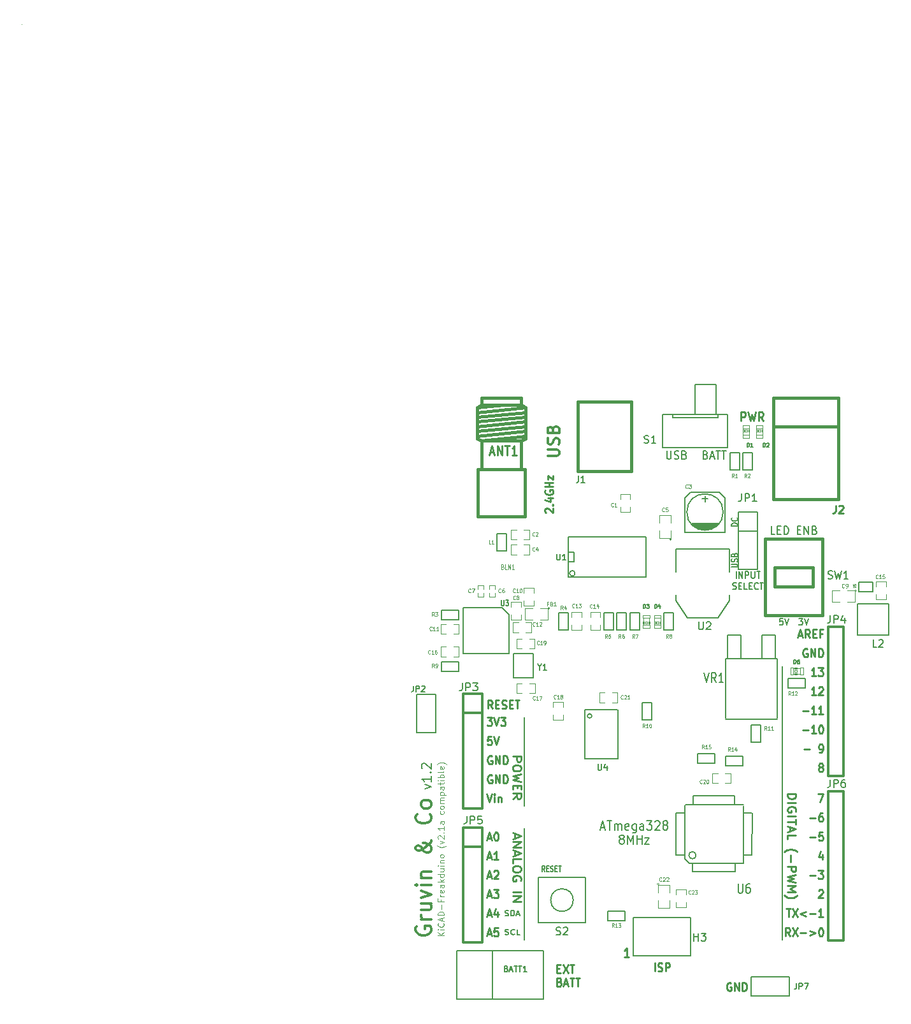
<source format=gto>
G04 (created by PCBNEW (2013-07-07 BZR 4022)-stable) date Sun 29 Sep 2013 11:58:18 AM NZDT*
%MOIN*%
G04 Gerber Fmt 3.4, Leading zero omitted, Abs format*
%FSLAX34Y34*%
G01*
G70*
G90*
G04 APERTURE LIST*
%ADD10C,0.00590551*%
%ADD11C,0.0147638*%
%ADD12C,0.0108268*%
%ADD13C,0.00787402*%
%ADD14C,0.00984252*%
%ADD15C,0.00511811*%
%ADD16C,0.00393701*%
%ADD17C,0.0028*%
%ADD18C,0.015*%
%ADD19C,0.006*%
%ADD20C,0.008*%
%ADD21C,0.0039*%
%ADD22C,0.0047*%
%ADD23C,0.005*%
%ADD24C,0.012*%
%ADD25C,0.0026*%
%ADD26C,0.004*%
%ADD27C,2.75591e-07*%
%ADD28C,0.0043*%
%ADD29C,0.0045*%
%ADD30C,0.01*%
%ADD31C,0.00295276*%
%ADD32C,0.0059*%
G04 APERTURE END LIST*
G54D10*
G54D11*
X20649Y-47169D02*
X20610Y-47244D01*
X20610Y-47356D01*
X20649Y-47469D01*
X20728Y-47544D01*
X20807Y-47581D01*
X20964Y-47619D01*
X21082Y-47619D01*
X21240Y-47581D01*
X21318Y-47544D01*
X21397Y-47469D01*
X21437Y-47356D01*
X21437Y-47281D01*
X21397Y-47169D01*
X21358Y-47131D01*
X21082Y-47131D01*
X21082Y-47281D01*
X21437Y-46794D02*
X20885Y-46794D01*
X21043Y-46794D02*
X20964Y-46756D01*
X20925Y-46719D01*
X20885Y-46644D01*
X20885Y-46569D01*
X20885Y-45969D02*
X21437Y-45969D01*
X20885Y-46306D02*
X21318Y-46306D01*
X21397Y-46269D01*
X21437Y-46194D01*
X21437Y-46081D01*
X21397Y-46006D01*
X21358Y-45969D01*
X20885Y-45669D02*
X21437Y-45481D01*
X20885Y-45294D01*
X21437Y-44994D02*
X20885Y-44994D01*
X20610Y-44994D02*
X20649Y-45031D01*
X20688Y-44994D01*
X20649Y-44956D01*
X20610Y-44994D01*
X20688Y-44994D01*
X20885Y-44619D02*
X21437Y-44619D01*
X20964Y-44619D02*
X20925Y-44581D01*
X20885Y-44506D01*
X20885Y-44394D01*
X20925Y-44319D01*
X21003Y-44281D01*
X21437Y-44281D01*
X21437Y-42669D02*
X21437Y-42707D01*
X21397Y-42782D01*
X21279Y-42894D01*
X21043Y-43082D01*
X20925Y-43157D01*
X20807Y-43194D01*
X20728Y-43194D01*
X20649Y-43157D01*
X20610Y-43082D01*
X20610Y-43044D01*
X20649Y-42969D01*
X20728Y-42932D01*
X20767Y-42932D01*
X20846Y-42969D01*
X20885Y-43007D01*
X21043Y-43232D01*
X21082Y-43269D01*
X21161Y-43307D01*
X21279Y-43307D01*
X21358Y-43269D01*
X21397Y-43232D01*
X21437Y-43157D01*
X21437Y-43044D01*
X21397Y-42969D01*
X21358Y-42932D01*
X21200Y-42819D01*
X21082Y-42782D01*
X21003Y-42782D01*
X21358Y-41282D02*
X21397Y-41319D01*
X21437Y-41432D01*
X21437Y-41507D01*
X21397Y-41619D01*
X21318Y-41694D01*
X21240Y-41732D01*
X21082Y-41769D01*
X20964Y-41769D01*
X20807Y-41732D01*
X20728Y-41694D01*
X20649Y-41619D01*
X20610Y-41507D01*
X20610Y-41432D01*
X20649Y-41319D01*
X20688Y-41282D01*
X21437Y-40832D02*
X21397Y-40907D01*
X21358Y-40944D01*
X21279Y-40982D01*
X21043Y-40982D01*
X20964Y-40944D01*
X20925Y-40907D01*
X20885Y-40832D01*
X20885Y-40719D01*
X20925Y-40644D01*
X20964Y-40607D01*
X21043Y-40569D01*
X21279Y-40569D01*
X21358Y-40607D01*
X21397Y-40644D01*
X21437Y-40719D01*
X21437Y-40832D01*
G54D12*
X31777Y-48773D02*
X31529Y-48773D01*
X31653Y-48773D02*
X31653Y-48301D01*
X31612Y-48368D01*
X31571Y-48413D01*
X31529Y-48436D01*
G54D13*
X21086Y-39966D02*
X21427Y-39853D01*
X21086Y-39741D01*
X21427Y-39313D02*
X21427Y-39583D01*
X21427Y-39448D02*
X20915Y-39448D01*
X20988Y-39493D01*
X21037Y-39538D01*
X21062Y-39583D01*
X21378Y-39111D02*
X21403Y-39088D01*
X21427Y-39111D01*
X21403Y-39133D01*
X21378Y-39111D01*
X21427Y-39111D01*
X20964Y-38908D02*
X20940Y-38886D01*
X20915Y-38841D01*
X20915Y-38728D01*
X20940Y-38683D01*
X20964Y-38661D01*
X21013Y-38638D01*
X21062Y-38638D01*
X21135Y-38661D01*
X21427Y-38931D01*
X21427Y-38638D01*
X30294Y-41985D02*
X30500Y-41985D01*
X30253Y-42120D02*
X30397Y-41647D01*
X30541Y-42120D01*
X30624Y-41647D02*
X30871Y-41647D01*
X30748Y-42120D02*
X30748Y-41647D01*
X31016Y-42120D02*
X31016Y-41805D01*
X31016Y-41850D02*
X31036Y-41827D01*
X31077Y-41805D01*
X31139Y-41805D01*
X31181Y-41827D01*
X31201Y-41872D01*
X31201Y-42120D01*
X31201Y-41872D02*
X31222Y-41827D01*
X31263Y-41805D01*
X31325Y-41805D01*
X31366Y-41827D01*
X31387Y-41872D01*
X31387Y-42120D01*
X31758Y-42097D02*
X31717Y-42120D01*
X31634Y-42120D01*
X31593Y-42097D01*
X31572Y-42052D01*
X31572Y-41872D01*
X31593Y-41827D01*
X31634Y-41805D01*
X31717Y-41805D01*
X31758Y-41827D01*
X31779Y-41872D01*
X31779Y-41917D01*
X31572Y-41962D01*
X32150Y-41805D02*
X32150Y-42187D01*
X32129Y-42232D01*
X32109Y-42255D01*
X32067Y-42277D01*
X32005Y-42277D01*
X31964Y-42255D01*
X32150Y-42097D02*
X32109Y-42120D01*
X32026Y-42120D01*
X31985Y-42097D01*
X31964Y-42075D01*
X31944Y-42030D01*
X31944Y-41895D01*
X31964Y-41850D01*
X31985Y-41827D01*
X32026Y-41805D01*
X32109Y-41805D01*
X32150Y-41827D01*
X32542Y-42120D02*
X32542Y-41872D01*
X32521Y-41827D01*
X32480Y-41805D01*
X32397Y-41805D01*
X32356Y-41827D01*
X32542Y-42097D02*
X32500Y-42120D01*
X32397Y-42120D01*
X32356Y-42097D01*
X32335Y-42052D01*
X32335Y-42007D01*
X32356Y-41962D01*
X32397Y-41940D01*
X32500Y-41940D01*
X32542Y-41917D01*
X32707Y-41647D02*
X32975Y-41647D01*
X32830Y-41827D01*
X32892Y-41827D01*
X32934Y-41850D01*
X32954Y-41872D01*
X32975Y-41917D01*
X32975Y-42030D01*
X32954Y-42075D01*
X32934Y-42097D01*
X32892Y-42120D01*
X32769Y-42120D01*
X32727Y-42097D01*
X32707Y-42075D01*
X33140Y-41692D02*
X33160Y-41670D01*
X33202Y-41647D01*
X33305Y-41647D01*
X33346Y-41670D01*
X33367Y-41692D01*
X33387Y-41737D01*
X33387Y-41782D01*
X33367Y-41850D01*
X33119Y-42120D01*
X33387Y-42120D01*
X33635Y-41850D02*
X33593Y-41827D01*
X33573Y-41805D01*
X33552Y-41760D01*
X33552Y-41737D01*
X33573Y-41692D01*
X33593Y-41670D01*
X33635Y-41647D01*
X33717Y-41647D01*
X33758Y-41670D01*
X33779Y-41692D01*
X33800Y-41737D01*
X33800Y-41760D01*
X33779Y-41805D01*
X33758Y-41827D01*
X33717Y-41850D01*
X33635Y-41850D01*
X33593Y-41872D01*
X33573Y-41895D01*
X33552Y-41940D01*
X33552Y-42030D01*
X33573Y-42075D01*
X33593Y-42097D01*
X33635Y-42120D01*
X33717Y-42120D01*
X33758Y-42097D01*
X33779Y-42075D01*
X33800Y-42030D01*
X33800Y-41940D01*
X33779Y-41895D01*
X33758Y-41872D01*
X33717Y-41850D01*
X31356Y-42590D02*
X31315Y-42568D01*
X31294Y-42545D01*
X31273Y-42500D01*
X31273Y-42478D01*
X31294Y-42433D01*
X31315Y-42410D01*
X31356Y-42388D01*
X31438Y-42388D01*
X31480Y-42410D01*
X31500Y-42433D01*
X31521Y-42478D01*
X31521Y-42500D01*
X31500Y-42545D01*
X31480Y-42568D01*
X31438Y-42590D01*
X31356Y-42590D01*
X31315Y-42613D01*
X31294Y-42635D01*
X31273Y-42680D01*
X31273Y-42770D01*
X31294Y-42815D01*
X31315Y-42838D01*
X31356Y-42860D01*
X31438Y-42860D01*
X31480Y-42838D01*
X31500Y-42815D01*
X31521Y-42770D01*
X31521Y-42680D01*
X31500Y-42635D01*
X31480Y-42613D01*
X31438Y-42590D01*
X31706Y-42860D02*
X31706Y-42388D01*
X31851Y-42725D01*
X31995Y-42388D01*
X31995Y-42860D01*
X32201Y-42860D02*
X32201Y-42388D01*
X32201Y-42613D02*
X32449Y-42613D01*
X32449Y-42860D02*
X32449Y-42388D01*
X32614Y-42545D02*
X32841Y-42545D01*
X32614Y-42860D01*
X32841Y-42860D01*
G54D12*
X37622Y-20741D02*
X37622Y-20268D01*
X37787Y-20268D01*
X37828Y-20291D01*
X37849Y-20313D01*
X37870Y-20358D01*
X37870Y-20426D01*
X37849Y-20471D01*
X37828Y-20493D01*
X37787Y-20516D01*
X37622Y-20516D01*
X38014Y-20268D02*
X38117Y-20741D01*
X38200Y-20403D01*
X38282Y-20741D01*
X38385Y-20268D01*
X38798Y-20741D02*
X38653Y-20516D01*
X38550Y-20741D02*
X38550Y-20268D01*
X38715Y-20268D01*
X38756Y-20291D01*
X38777Y-20313D01*
X38798Y-20358D01*
X38798Y-20426D01*
X38777Y-20471D01*
X38756Y-20493D01*
X38715Y-20516D01*
X38550Y-20516D01*
G54D13*
X26299Y-40866D02*
X26299Y-36220D01*
G54D14*
X25690Y-38278D02*
X26123Y-38278D01*
X26123Y-38458D01*
X26103Y-38503D01*
X26082Y-38526D01*
X26041Y-38548D01*
X25979Y-38548D01*
X25938Y-38526D01*
X25917Y-38503D01*
X25897Y-38458D01*
X25897Y-38278D01*
X26123Y-38841D02*
X26123Y-38931D01*
X26103Y-38976D01*
X26062Y-39021D01*
X25979Y-39043D01*
X25835Y-39043D01*
X25752Y-39021D01*
X25711Y-38976D01*
X25690Y-38931D01*
X25690Y-38841D01*
X25711Y-38796D01*
X25752Y-38751D01*
X25835Y-38728D01*
X25979Y-38728D01*
X26062Y-38751D01*
X26103Y-38796D01*
X26123Y-38841D01*
X26123Y-39201D02*
X25690Y-39313D01*
X26000Y-39403D01*
X25690Y-39493D01*
X26123Y-39606D01*
X25917Y-39786D02*
X25917Y-39943D01*
X25690Y-40011D02*
X25690Y-39786D01*
X26123Y-39786D01*
X26123Y-40011D01*
X25690Y-40483D02*
X25897Y-40326D01*
X25690Y-40213D02*
X26123Y-40213D01*
X26123Y-40393D01*
X26103Y-40438D01*
X26082Y-40461D01*
X26041Y-40483D01*
X25979Y-40483D01*
X25938Y-40461D01*
X25917Y-40438D01*
X25897Y-40393D01*
X25897Y-40213D01*
G54D10*
X25294Y-47578D02*
X25339Y-47591D01*
X25414Y-47591D01*
X25444Y-47578D01*
X25459Y-47565D01*
X25474Y-47539D01*
X25474Y-47513D01*
X25459Y-47486D01*
X25444Y-47473D01*
X25414Y-47460D01*
X25354Y-47447D01*
X25324Y-47434D01*
X25309Y-47421D01*
X25294Y-47395D01*
X25294Y-47368D01*
X25309Y-47342D01*
X25324Y-47329D01*
X25354Y-47316D01*
X25429Y-47316D01*
X25474Y-47329D01*
X25789Y-47565D02*
X25774Y-47578D01*
X25729Y-47591D01*
X25699Y-47591D01*
X25654Y-47578D01*
X25624Y-47552D01*
X25609Y-47526D01*
X25594Y-47473D01*
X25594Y-47434D01*
X25609Y-47381D01*
X25624Y-47355D01*
X25654Y-47329D01*
X25699Y-47316D01*
X25729Y-47316D01*
X25774Y-47329D01*
X25789Y-47342D01*
X26074Y-47591D02*
X25924Y-47591D01*
X25924Y-47316D01*
X25286Y-46594D02*
X25331Y-46607D01*
X25406Y-46607D01*
X25436Y-46594D01*
X25451Y-46581D01*
X25466Y-46555D01*
X25466Y-46528D01*
X25451Y-46502D01*
X25436Y-46489D01*
X25406Y-46476D01*
X25346Y-46463D01*
X25316Y-46450D01*
X25301Y-46437D01*
X25286Y-46410D01*
X25286Y-46384D01*
X25301Y-46358D01*
X25316Y-46345D01*
X25346Y-46332D01*
X25421Y-46332D01*
X25466Y-46345D01*
X25601Y-46607D02*
X25601Y-46332D01*
X25676Y-46332D01*
X25721Y-46345D01*
X25751Y-46371D01*
X25766Y-46397D01*
X25781Y-46450D01*
X25781Y-46489D01*
X25766Y-46541D01*
X25751Y-46568D01*
X25721Y-46594D01*
X25676Y-46607D01*
X25601Y-46607D01*
X25901Y-46528D02*
X26051Y-46528D01*
X25871Y-46607D02*
X25976Y-46332D01*
X26081Y-46607D01*
G54D13*
X39800Y-33550D02*
X39800Y-47850D01*
X26311Y-42021D02*
X26311Y-47871D01*
G54D14*
X40074Y-40227D02*
X40507Y-40227D01*
X40507Y-40340D01*
X40487Y-40407D01*
X40445Y-40452D01*
X40404Y-40475D01*
X40322Y-40497D01*
X40260Y-40497D01*
X40177Y-40475D01*
X40136Y-40452D01*
X40095Y-40407D01*
X40074Y-40340D01*
X40074Y-40227D01*
X40074Y-40700D02*
X40507Y-40700D01*
X40487Y-41172D02*
X40507Y-41127D01*
X40507Y-41060D01*
X40487Y-40992D01*
X40445Y-40947D01*
X40404Y-40925D01*
X40322Y-40902D01*
X40260Y-40902D01*
X40177Y-40925D01*
X40136Y-40947D01*
X40095Y-40992D01*
X40074Y-41060D01*
X40074Y-41105D01*
X40095Y-41172D01*
X40115Y-41195D01*
X40260Y-41195D01*
X40260Y-41105D01*
X40074Y-41397D02*
X40507Y-41397D01*
X40507Y-41555D02*
X40507Y-41825D01*
X40074Y-41690D02*
X40507Y-41690D01*
X40198Y-41960D02*
X40198Y-42185D01*
X40074Y-41915D02*
X40507Y-42072D01*
X40074Y-42230D01*
X40074Y-42612D02*
X40074Y-42387D01*
X40507Y-42387D01*
X39909Y-43264D02*
X39930Y-43242D01*
X39992Y-43197D01*
X40033Y-43174D01*
X40095Y-43152D01*
X40198Y-43129D01*
X40280Y-43129D01*
X40384Y-43152D01*
X40445Y-43174D01*
X40487Y-43197D01*
X40549Y-43242D01*
X40569Y-43264D01*
X40239Y-43444D02*
X40239Y-43804D01*
X40074Y-44029D02*
X40507Y-44029D01*
X40507Y-44209D01*
X40487Y-44254D01*
X40466Y-44277D01*
X40425Y-44299D01*
X40363Y-44299D01*
X40322Y-44277D01*
X40301Y-44254D01*
X40280Y-44209D01*
X40280Y-44029D01*
X40507Y-44457D02*
X40074Y-44569D01*
X40384Y-44659D01*
X40074Y-44749D01*
X40507Y-44862D01*
X40074Y-45042D02*
X40507Y-45042D01*
X40198Y-45199D01*
X40507Y-45357D01*
X40074Y-45357D01*
X39909Y-45537D02*
X39930Y-45559D01*
X39992Y-45604D01*
X40033Y-45627D01*
X40095Y-45649D01*
X40198Y-45672D01*
X40280Y-45672D01*
X40384Y-45649D01*
X40445Y-45627D01*
X40487Y-45604D01*
X40549Y-45559D01*
X40569Y-45537D01*
X27421Y-25523D02*
X27400Y-25504D01*
X27380Y-25466D01*
X27380Y-25373D01*
X27400Y-25335D01*
X27421Y-25316D01*
X27462Y-25298D01*
X27503Y-25298D01*
X27565Y-25316D01*
X27813Y-25541D01*
X27813Y-25298D01*
X27771Y-25129D02*
X27792Y-25110D01*
X27813Y-25129D01*
X27792Y-25148D01*
X27771Y-25129D01*
X27813Y-25129D01*
X27524Y-24773D02*
X27813Y-24773D01*
X27359Y-24866D02*
X27668Y-24960D01*
X27668Y-24716D01*
X27400Y-24360D02*
X27380Y-24398D01*
X27380Y-24454D01*
X27400Y-24510D01*
X27441Y-24548D01*
X27483Y-24566D01*
X27565Y-24585D01*
X27627Y-24585D01*
X27709Y-24566D01*
X27751Y-24548D01*
X27792Y-24510D01*
X27813Y-24454D01*
X27813Y-24416D01*
X27792Y-24360D01*
X27771Y-24341D01*
X27627Y-24341D01*
X27627Y-24416D01*
X27813Y-24173D02*
X27380Y-24173D01*
X27586Y-24173D02*
X27586Y-23948D01*
X27813Y-23948D02*
X27380Y-23948D01*
X27524Y-23798D02*
X27524Y-23592D01*
X27813Y-23798D01*
X27813Y-23592D01*
X28007Y-49357D02*
X28138Y-49357D01*
X28194Y-49584D02*
X28007Y-49584D01*
X28007Y-49151D01*
X28194Y-49151D01*
X28325Y-49151D02*
X28588Y-49584D01*
X28588Y-49151D02*
X28325Y-49584D01*
X28682Y-49151D02*
X28907Y-49151D01*
X28794Y-49584D02*
X28794Y-49151D01*
X28138Y-50062D02*
X28194Y-50083D01*
X28213Y-50103D01*
X28232Y-50145D01*
X28232Y-50206D01*
X28213Y-50248D01*
X28194Y-50268D01*
X28157Y-50289D01*
X28007Y-50289D01*
X28007Y-49856D01*
X28138Y-49856D01*
X28175Y-49877D01*
X28194Y-49897D01*
X28213Y-49938D01*
X28213Y-49980D01*
X28194Y-50021D01*
X28175Y-50041D01*
X28138Y-50062D01*
X28007Y-50062D01*
X28382Y-50165D02*
X28569Y-50165D01*
X28344Y-50289D02*
X28475Y-49856D01*
X28607Y-50289D01*
X28682Y-49856D02*
X28907Y-49856D01*
X28794Y-50289D02*
X28794Y-49856D01*
X28982Y-49856D02*
X29206Y-49856D01*
X29094Y-50289D02*
X29094Y-49856D01*
G54D13*
X39409Y-26671D02*
X39221Y-26671D01*
X39221Y-26238D01*
X39540Y-26444D02*
X39671Y-26444D01*
X39728Y-26671D02*
X39540Y-26671D01*
X39540Y-26238D01*
X39728Y-26238D01*
X39896Y-26671D02*
X39896Y-26238D01*
X39990Y-26238D01*
X40046Y-26258D01*
X40084Y-26300D01*
X40103Y-26341D01*
X40121Y-26423D01*
X40121Y-26485D01*
X40103Y-26568D01*
X40084Y-26609D01*
X40046Y-26650D01*
X39990Y-26671D01*
X39896Y-26671D01*
X40590Y-26444D02*
X40721Y-26444D01*
X40778Y-26671D02*
X40590Y-26671D01*
X40590Y-26238D01*
X40778Y-26238D01*
X40946Y-26671D02*
X40946Y-26238D01*
X41171Y-26671D01*
X41171Y-26238D01*
X41490Y-26444D02*
X41546Y-26465D01*
X41565Y-26485D01*
X41584Y-26526D01*
X41584Y-26588D01*
X41565Y-26630D01*
X41546Y-26650D01*
X41509Y-26671D01*
X41359Y-26671D01*
X41359Y-26238D01*
X41490Y-26238D01*
X41527Y-26258D01*
X41546Y-26279D01*
X41565Y-26320D01*
X41565Y-26362D01*
X41546Y-26403D01*
X41527Y-26423D01*
X41490Y-26444D01*
X41359Y-26444D01*
X35779Y-22507D02*
X35836Y-22528D01*
X35854Y-22548D01*
X35873Y-22589D01*
X35873Y-22651D01*
X35854Y-22693D01*
X35836Y-22713D01*
X35798Y-22734D01*
X35648Y-22734D01*
X35648Y-22301D01*
X35779Y-22301D01*
X35817Y-22321D01*
X35836Y-22342D01*
X35854Y-22383D01*
X35854Y-22425D01*
X35836Y-22466D01*
X35817Y-22486D01*
X35779Y-22507D01*
X35648Y-22507D01*
X36023Y-22610D02*
X36211Y-22610D01*
X35986Y-22734D02*
X36117Y-22301D01*
X36248Y-22734D01*
X36323Y-22301D02*
X36548Y-22301D01*
X36436Y-22734D02*
X36436Y-22301D01*
X36623Y-22301D02*
X36848Y-22301D01*
X36736Y-22734D02*
X36736Y-22301D01*
X33755Y-22301D02*
X33755Y-22651D01*
X33773Y-22693D01*
X33792Y-22713D01*
X33830Y-22734D01*
X33905Y-22734D01*
X33942Y-22713D01*
X33961Y-22693D01*
X33980Y-22651D01*
X33980Y-22301D01*
X34148Y-22713D02*
X34205Y-22734D01*
X34298Y-22734D01*
X34336Y-22713D01*
X34355Y-22693D01*
X34373Y-22651D01*
X34373Y-22610D01*
X34355Y-22569D01*
X34336Y-22548D01*
X34298Y-22528D01*
X34223Y-22507D01*
X34186Y-22486D01*
X34167Y-22466D01*
X34148Y-22425D01*
X34148Y-22383D01*
X34167Y-22342D01*
X34186Y-22321D01*
X34223Y-22301D01*
X34317Y-22301D01*
X34373Y-22321D01*
X34673Y-22507D02*
X34730Y-22528D01*
X34748Y-22548D01*
X34767Y-22589D01*
X34767Y-22651D01*
X34748Y-22693D01*
X34730Y-22713D01*
X34692Y-22734D01*
X34542Y-22734D01*
X34542Y-22301D01*
X34673Y-22301D01*
X34711Y-22321D01*
X34730Y-22342D01*
X34748Y-22383D01*
X34748Y-22425D01*
X34730Y-22466D01*
X34711Y-22486D01*
X34673Y-22507D01*
X34542Y-22507D01*
G54D14*
X37110Y-50117D02*
X37073Y-50096D01*
X37017Y-50096D01*
X36961Y-50117D01*
X36923Y-50158D01*
X36904Y-50199D01*
X36886Y-50282D01*
X36886Y-50344D01*
X36904Y-50426D01*
X36923Y-50467D01*
X36961Y-50508D01*
X37017Y-50529D01*
X37054Y-50529D01*
X37110Y-50508D01*
X37129Y-50488D01*
X37129Y-50344D01*
X37054Y-50344D01*
X37298Y-50529D02*
X37298Y-50096D01*
X37523Y-50529D01*
X37523Y-50096D01*
X37710Y-50529D02*
X37710Y-50096D01*
X37804Y-50096D01*
X37860Y-50117D01*
X37898Y-50158D01*
X37917Y-50199D01*
X37935Y-50282D01*
X37935Y-50344D01*
X37917Y-50426D01*
X37898Y-50467D01*
X37860Y-50508D01*
X37804Y-50529D01*
X37710Y-50529D01*
X33119Y-49505D02*
X33119Y-49072D01*
X33288Y-49485D02*
X33344Y-49505D01*
X33438Y-49505D01*
X33475Y-49485D01*
X33494Y-49464D01*
X33513Y-49423D01*
X33513Y-49382D01*
X33494Y-49341D01*
X33475Y-49320D01*
X33438Y-49299D01*
X33363Y-49279D01*
X33325Y-49258D01*
X33307Y-49237D01*
X33288Y-49196D01*
X33288Y-49155D01*
X33307Y-49114D01*
X33325Y-49093D01*
X33363Y-49072D01*
X33457Y-49072D01*
X33513Y-49093D01*
X33682Y-49505D02*
X33682Y-49072D01*
X33832Y-49072D01*
X33869Y-49093D01*
X33888Y-49114D01*
X33907Y-49155D01*
X33907Y-49217D01*
X33888Y-49258D01*
X33869Y-49279D01*
X33832Y-49299D01*
X33682Y-49299D01*
G54D15*
X27373Y-44284D02*
X27294Y-44153D01*
X27238Y-44284D02*
X27238Y-44009D01*
X27328Y-44009D01*
X27350Y-44022D01*
X27362Y-44035D01*
X27373Y-44061D01*
X27373Y-44101D01*
X27362Y-44127D01*
X27350Y-44140D01*
X27328Y-44153D01*
X27238Y-44153D01*
X27474Y-44140D02*
X27553Y-44140D01*
X27587Y-44284D02*
X27474Y-44284D01*
X27474Y-44009D01*
X27587Y-44009D01*
X27677Y-44271D02*
X27710Y-44284D01*
X27767Y-44284D01*
X27789Y-44271D01*
X27800Y-44258D01*
X27812Y-44232D01*
X27812Y-44206D01*
X27800Y-44179D01*
X27789Y-44166D01*
X27767Y-44153D01*
X27722Y-44140D01*
X27699Y-44127D01*
X27688Y-44114D01*
X27677Y-44087D01*
X27677Y-44061D01*
X27688Y-44035D01*
X27699Y-44022D01*
X27722Y-44009D01*
X27778Y-44009D01*
X27812Y-44022D01*
X27913Y-44140D02*
X27992Y-44140D01*
X28025Y-44284D02*
X27913Y-44284D01*
X27913Y-44009D01*
X28025Y-44009D01*
X28093Y-44009D02*
X28228Y-44009D01*
X28160Y-44284D02*
X28160Y-44009D01*
G54D16*
X22095Y-47640D02*
X21781Y-47640D01*
X22095Y-47458D02*
X21916Y-47595D01*
X21781Y-47458D02*
X21961Y-47640D01*
X22095Y-47321D02*
X21886Y-47321D01*
X21781Y-47321D02*
X21796Y-47336D01*
X21811Y-47321D01*
X21796Y-47306D01*
X21781Y-47321D01*
X21811Y-47321D01*
X22065Y-46987D02*
X22080Y-47002D01*
X22095Y-47048D01*
X22095Y-47078D01*
X22080Y-47124D01*
X22050Y-47154D01*
X22020Y-47169D01*
X21961Y-47185D01*
X21916Y-47185D01*
X21856Y-47169D01*
X21826Y-47154D01*
X21796Y-47124D01*
X21781Y-47078D01*
X21781Y-47048D01*
X21796Y-47002D01*
X21811Y-46987D01*
X22005Y-46866D02*
X22005Y-46714D01*
X22095Y-46896D02*
X21781Y-46790D01*
X22095Y-46683D01*
X22095Y-46577D02*
X21781Y-46577D01*
X21781Y-46501D01*
X21796Y-46456D01*
X21826Y-46425D01*
X21856Y-46410D01*
X21916Y-46395D01*
X21961Y-46395D01*
X22020Y-46410D01*
X22050Y-46425D01*
X22080Y-46456D01*
X22095Y-46501D01*
X22095Y-46577D01*
X21976Y-46258D02*
X21976Y-46015D01*
X21931Y-45757D02*
X21931Y-45863D01*
X22095Y-45863D02*
X21781Y-45863D01*
X21781Y-45712D01*
X22095Y-45590D02*
X21886Y-45590D01*
X21946Y-45590D02*
X21916Y-45575D01*
X21901Y-45560D01*
X21886Y-45529D01*
X21886Y-45499D01*
X22080Y-45271D02*
X22095Y-45302D01*
X22095Y-45362D01*
X22080Y-45393D01*
X22050Y-45408D01*
X21931Y-45408D01*
X21901Y-45393D01*
X21886Y-45362D01*
X21886Y-45302D01*
X21901Y-45271D01*
X21931Y-45256D01*
X21961Y-45256D01*
X21991Y-45408D01*
X22095Y-44983D02*
X21931Y-44983D01*
X21901Y-44998D01*
X21886Y-45028D01*
X21886Y-45089D01*
X21901Y-45119D01*
X22080Y-44983D02*
X22095Y-45013D01*
X22095Y-45089D01*
X22080Y-45119D01*
X22050Y-45134D01*
X22020Y-45134D01*
X21991Y-45119D01*
X21976Y-45089D01*
X21976Y-45013D01*
X21961Y-44983D01*
X22095Y-44831D02*
X21781Y-44831D01*
X21976Y-44800D02*
X22095Y-44709D01*
X21886Y-44709D02*
X22005Y-44831D01*
X22095Y-44436D02*
X21781Y-44436D01*
X22080Y-44436D02*
X22095Y-44466D01*
X22095Y-44527D01*
X22080Y-44557D01*
X22065Y-44573D01*
X22035Y-44588D01*
X21946Y-44588D01*
X21916Y-44573D01*
X21901Y-44557D01*
X21886Y-44527D01*
X21886Y-44466D01*
X21901Y-44436D01*
X21886Y-44147D02*
X22095Y-44147D01*
X21886Y-44284D02*
X22050Y-44284D01*
X22080Y-44269D01*
X22095Y-44239D01*
X22095Y-44193D01*
X22080Y-44163D01*
X22065Y-44147D01*
X22095Y-43996D02*
X21886Y-43996D01*
X21781Y-43996D02*
X21796Y-44011D01*
X21811Y-43996D01*
X21796Y-43980D01*
X21781Y-43996D01*
X21811Y-43996D01*
X21886Y-43844D02*
X22095Y-43844D01*
X21916Y-43844D02*
X21901Y-43829D01*
X21886Y-43798D01*
X21886Y-43753D01*
X21901Y-43722D01*
X21931Y-43707D01*
X22095Y-43707D01*
X22095Y-43510D02*
X22080Y-43540D01*
X22065Y-43555D01*
X22035Y-43570D01*
X21946Y-43570D01*
X21916Y-43555D01*
X21901Y-43540D01*
X21886Y-43510D01*
X21886Y-43464D01*
X21901Y-43434D01*
X21916Y-43419D01*
X21946Y-43403D01*
X22035Y-43403D01*
X22065Y-43419D01*
X22080Y-43434D01*
X22095Y-43464D01*
X22095Y-43510D01*
X22215Y-42933D02*
X22200Y-42948D01*
X22155Y-42978D01*
X22125Y-42993D01*
X22080Y-43008D01*
X22005Y-43024D01*
X21946Y-43024D01*
X21871Y-43008D01*
X21826Y-42993D01*
X21796Y-42978D01*
X21751Y-42948D01*
X21736Y-42933D01*
X21886Y-42841D02*
X22095Y-42766D01*
X21886Y-42690D01*
X21811Y-42583D02*
X21796Y-42568D01*
X21781Y-42538D01*
X21781Y-42462D01*
X21796Y-42431D01*
X21811Y-42416D01*
X21841Y-42401D01*
X21871Y-42401D01*
X21916Y-42416D01*
X22095Y-42598D01*
X22095Y-42401D01*
X22065Y-42264D02*
X22080Y-42249D01*
X22095Y-42264D01*
X22080Y-42280D01*
X22065Y-42264D01*
X22095Y-42264D01*
X22095Y-41946D02*
X22095Y-42128D01*
X22095Y-42037D02*
X21781Y-42037D01*
X21826Y-42067D01*
X21856Y-42097D01*
X21871Y-42128D01*
X22095Y-41672D02*
X21931Y-41672D01*
X21901Y-41687D01*
X21886Y-41718D01*
X21886Y-41778D01*
X21901Y-41809D01*
X22080Y-41672D02*
X22095Y-41703D01*
X22095Y-41778D01*
X22080Y-41809D01*
X22050Y-41824D01*
X22020Y-41824D01*
X21991Y-41809D01*
X21976Y-41778D01*
X21976Y-41703D01*
X21961Y-41672D01*
X22080Y-41141D02*
X22095Y-41171D01*
X22095Y-41232D01*
X22080Y-41262D01*
X22065Y-41277D01*
X22035Y-41293D01*
X21946Y-41293D01*
X21916Y-41277D01*
X21901Y-41262D01*
X21886Y-41232D01*
X21886Y-41171D01*
X21901Y-41141D01*
X22095Y-40958D02*
X22080Y-40989D01*
X22065Y-41004D01*
X22035Y-41019D01*
X21946Y-41019D01*
X21916Y-41004D01*
X21901Y-40989D01*
X21886Y-40958D01*
X21886Y-40913D01*
X21901Y-40883D01*
X21916Y-40867D01*
X21946Y-40852D01*
X22035Y-40852D01*
X22065Y-40867D01*
X22080Y-40883D01*
X22095Y-40913D01*
X22095Y-40958D01*
X22095Y-40715D02*
X21886Y-40715D01*
X21916Y-40715D02*
X21901Y-40700D01*
X21886Y-40670D01*
X21886Y-40624D01*
X21901Y-40594D01*
X21931Y-40579D01*
X22095Y-40579D01*
X21931Y-40579D02*
X21901Y-40564D01*
X21886Y-40533D01*
X21886Y-40488D01*
X21901Y-40457D01*
X21931Y-40442D01*
X22095Y-40442D01*
X21886Y-40290D02*
X22200Y-40290D01*
X21901Y-40290D02*
X21886Y-40260D01*
X21886Y-40199D01*
X21901Y-40169D01*
X21916Y-40154D01*
X21946Y-40138D01*
X22035Y-40138D01*
X22065Y-40154D01*
X22080Y-40169D01*
X22095Y-40199D01*
X22095Y-40260D01*
X22080Y-40290D01*
X22095Y-39865D02*
X21931Y-39865D01*
X21901Y-39880D01*
X21886Y-39911D01*
X21886Y-39971D01*
X21901Y-40002D01*
X22080Y-39865D02*
X22095Y-39895D01*
X22095Y-39971D01*
X22080Y-40002D01*
X22050Y-40017D01*
X22020Y-40017D01*
X21991Y-40002D01*
X21976Y-39971D01*
X21976Y-39895D01*
X21961Y-39865D01*
X21886Y-39759D02*
X21886Y-39637D01*
X21781Y-39713D02*
X22050Y-39713D01*
X22080Y-39698D01*
X22095Y-39668D01*
X22095Y-39637D01*
X22095Y-39531D02*
X21886Y-39531D01*
X21781Y-39531D02*
X21796Y-39546D01*
X21811Y-39531D01*
X21796Y-39516D01*
X21781Y-39531D01*
X21811Y-39531D01*
X22095Y-39379D02*
X21781Y-39379D01*
X21901Y-39379D02*
X21886Y-39349D01*
X21886Y-39288D01*
X21901Y-39258D01*
X21916Y-39242D01*
X21946Y-39227D01*
X22035Y-39227D01*
X22065Y-39242D01*
X22080Y-39258D01*
X22095Y-39288D01*
X22095Y-39349D01*
X22080Y-39379D01*
X22095Y-39045D02*
X22080Y-39075D01*
X22050Y-39091D01*
X21781Y-39091D01*
X22080Y-38802D02*
X22095Y-38832D01*
X22095Y-38893D01*
X22080Y-38924D01*
X22050Y-38939D01*
X21931Y-38939D01*
X21901Y-38924D01*
X21886Y-38893D01*
X21886Y-38832D01*
X21901Y-38802D01*
X21931Y-38787D01*
X21961Y-38787D01*
X21991Y-38939D01*
X22215Y-38681D02*
X22200Y-38665D01*
X22155Y-38635D01*
X22125Y-38620D01*
X22080Y-38605D01*
X22005Y-38589D01*
X21946Y-38589D01*
X21871Y-38605D01*
X21826Y-38620D01*
X21796Y-38635D01*
X21751Y-38665D01*
X21736Y-38681D01*
G54D15*
X37450Y-26233D02*
X37135Y-26233D01*
X37135Y-26167D01*
X37150Y-26128D01*
X37180Y-26102D01*
X37210Y-26089D01*
X37270Y-26076D01*
X37315Y-26076D01*
X37375Y-26089D01*
X37405Y-26102D01*
X37435Y-26128D01*
X37450Y-26167D01*
X37450Y-26233D01*
X37420Y-25800D02*
X37435Y-25813D01*
X37450Y-25853D01*
X37450Y-25879D01*
X37435Y-25918D01*
X37405Y-25944D01*
X37375Y-25958D01*
X37315Y-25971D01*
X37270Y-25971D01*
X37210Y-25958D01*
X37180Y-25944D01*
X37150Y-25918D01*
X37135Y-25879D01*
X37135Y-25853D01*
X37150Y-25813D01*
X37165Y-25800D01*
X37135Y-28379D02*
X37390Y-28379D01*
X37420Y-28366D01*
X37435Y-28353D01*
X37450Y-28326D01*
X37450Y-28274D01*
X37435Y-28248D01*
X37420Y-28234D01*
X37390Y-28221D01*
X37135Y-28221D01*
X37435Y-28103D02*
X37450Y-28064D01*
X37450Y-27998D01*
X37435Y-27972D01*
X37420Y-27959D01*
X37390Y-27946D01*
X37360Y-27946D01*
X37330Y-27959D01*
X37315Y-27972D01*
X37300Y-27998D01*
X37285Y-28051D01*
X37270Y-28077D01*
X37255Y-28090D01*
X37225Y-28103D01*
X37195Y-28103D01*
X37165Y-28090D01*
X37150Y-28077D01*
X37135Y-28051D01*
X37135Y-27985D01*
X37150Y-27946D01*
X37285Y-27736D02*
X37300Y-27696D01*
X37315Y-27683D01*
X37345Y-27670D01*
X37390Y-27670D01*
X37420Y-27683D01*
X37435Y-27696D01*
X37450Y-27723D01*
X37450Y-27828D01*
X37135Y-27828D01*
X37135Y-27736D01*
X37150Y-27709D01*
X37165Y-27696D01*
X37195Y-27683D01*
X37225Y-27683D01*
X37255Y-27696D01*
X37270Y-27709D01*
X37285Y-27736D01*
X37285Y-27828D01*
G54D13*
X37384Y-28962D02*
X37384Y-28607D01*
X37534Y-28962D02*
X37534Y-28607D01*
X37714Y-28962D01*
X37714Y-28607D01*
X37864Y-28962D02*
X37864Y-28607D01*
X37984Y-28607D01*
X38014Y-28624D01*
X38029Y-28641D01*
X38044Y-28675D01*
X38044Y-28726D01*
X38029Y-28759D01*
X38014Y-28776D01*
X37984Y-28793D01*
X37864Y-28793D01*
X38179Y-28607D02*
X38179Y-28894D01*
X38194Y-28928D01*
X38209Y-28945D01*
X38239Y-28962D01*
X38299Y-28962D01*
X38329Y-28945D01*
X38344Y-28928D01*
X38359Y-28894D01*
X38359Y-28607D01*
X38464Y-28607D02*
X38644Y-28607D01*
X38554Y-28962D02*
X38554Y-28607D01*
X37212Y-29520D02*
X37257Y-29537D01*
X37332Y-29537D01*
X37362Y-29520D01*
X37377Y-29503D01*
X37392Y-29469D01*
X37392Y-29435D01*
X37377Y-29402D01*
X37362Y-29385D01*
X37332Y-29368D01*
X37272Y-29351D01*
X37242Y-29334D01*
X37227Y-29317D01*
X37212Y-29284D01*
X37212Y-29250D01*
X37227Y-29216D01*
X37242Y-29199D01*
X37272Y-29182D01*
X37347Y-29182D01*
X37392Y-29199D01*
X37527Y-29351D02*
X37632Y-29351D01*
X37677Y-29537D02*
X37527Y-29537D01*
X37527Y-29182D01*
X37677Y-29182D01*
X37962Y-29537D02*
X37812Y-29537D01*
X37812Y-29182D01*
X38067Y-29351D02*
X38172Y-29351D01*
X38217Y-29537D02*
X38067Y-29537D01*
X38067Y-29182D01*
X38217Y-29182D01*
X38532Y-29503D02*
X38517Y-29520D01*
X38472Y-29537D01*
X38442Y-29537D01*
X38397Y-29520D01*
X38367Y-29486D01*
X38352Y-29452D01*
X38337Y-29385D01*
X38337Y-29334D01*
X38352Y-29267D01*
X38367Y-29233D01*
X38397Y-29199D01*
X38442Y-29182D01*
X38472Y-29182D01*
X38517Y-29199D01*
X38532Y-29216D01*
X38622Y-29182D02*
X38802Y-29182D01*
X38712Y-29537D02*
X38712Y-29182D01*
G54D10*
X40665Y-31048D02*
X40860Y-31048D01*
X40755Y-31183D01*
X40800Y-31183D01*
X40830Y-31200D01*
X40845Y-31217D01*
X40860Y-31251D01*
X40860Y-31335D01*
X40845Y-31369D01*
X40830Y-31386D01*
X40800Y-31403D01*
X40710Y-31403D01*
X40680Y-31386D01*
X40665Y-31369D01*
X40950Y-31048D02*
X41055Y-31403D01*
X41160Y-31048D01*
X39821Y-31048D02*
X39671Y-31048D01*
X39656Y-31217D01*
X39671Y-31200D01*
X39701Y-31183D01*
X39776Y-31183D01*
X39806Y-31200D01*
X39821Y-31217D01*
X39836Y-31251D01*
X39836Y-31335D01*
X39821Y-31369D01*
X39806Y-31386D01*
X39776Y-31403D01*
X39701Y-31403D01*
X39671Y-31386D01*
X39656Y-31369D01*
X39926Y-31048D02*
X40031Y-31403D01*
X40136Y-31048D01*
G54D14*
X24618Y-35775D02*
X24487Y-35569D01*
X24393Y-35775D02*
X24393Y-35342D01*
X24543Y-35342D01*
X24581Y-35362D01*
X24599Y-35383D01*
X24618Y-35424D01*
X24618Y-35486D01*
X24599Y-35527D01*
X24581Y-35548D01*
X24543Y-35569D01*
X24393Y-35569D01*
X24787Y-35548D02*
X24918Y-35548D01*
X24974Y-35775D02*
X24787Y-35775D01*
X24787Y-35342D01*
X24974Y-35342D01*
X25124Y-35754D02*
X25181Y-35775D01*
X25274Y-35775D01*
X25312Y-35754D01*
X25331Y-35734D01*
X25349Y-35692D01*
X25349Y-35651D01*
X25331Y-35610D01*
X25312Y-35589D01*
X25274Y-35569D01*
X25199Y-35548D01*
X25162Y-35527D01*
X25143Y-35507D01*
X25124Y-35465D01*
X25124Y-35424D01*
X25143Y-35383D01*
X25162Y-35362D01*
X25199Y-35342D01*
X25293Y-35342D01*
X25349Y-35362D01*
X25518Y-35548D02*
X25649Y-35548D01*
X25706Y-35775D02*
X25518Y-35775D01*
X25518Y-35342D01*
X25706Y-35342D01*
X25818Y-35342D02*
X26043Y-35342D01*
X25931Y-35775D02*
X25931Y-35342D01*
X24356Y-36242D02*
X24599Y-36242D01*
X24468Y-36407D01*
X24524Y-36407D01*
X24562Y-36427D01*
X24581Y-36448D01*
X24599Y-36489D01*
X24599Y-36592D01*
X24581Y-36634D01*
X24562Y-36654D01*
X24524Y-36675D01*
X24412Y-36675D01*
X24374Y-36654D01*
X24356Y-36634D01*
X24712Y-36242D02*
X24843Y-36675D01*
X24974Y-36242D01*
X25068Y-36242D02*
X25312Y-36242D01*
X25181Y-36407D01*
X25237Y-36407D01*
X25274Y-36427D01*
X25293Y-36448D01*
X25312Y-36489D01*
X25312Y-36592D01*
X25293Y-36634D01*
X25274Y-36654D01*
X25237Y-36675D01*
X25124Y-36675D01*
X25087Y-36654D01*
X25068Y-36634D01*
X24581Y-37242D02*
X24393Y-37242D01*
X24374Y-37448D01*
X24393Y-37427D01*
X24431Y-37407D01*
X24524Y-37407D01*
X24562Y-37427D01*
X24581Y-37448D01*
X24599Y-37489D01*
X24599Y-37592D01*
X24581Y-37634D01*
X24562Y-37654D01*
X24524Y-37675D01*
X24431Y-37675D01*
X24393Y-37654D01*
X24374Y-37634D01*
X24712Y-37242D02*
X24843Y-37675D01*
X24974Y-37242D01*
X24599Y-38262D02*
X24562Y-38242D01*
X24506Y-38242D01*
X24449Y-38262D01*
X24412Y-38304D01*
X24393Y-38345D01*
X24374Y-38427D01*
X24374Y-38489D01*
X24393Y-38572D01*
X24412Y-38613D01*
X24449Y-38654D01*
X24506Y-38675D01*
X24543Y-38675D01*
X24599Y-38654D01*
X24618Y-38634D01*
X24618Y-38489D01*
X24543Y-38489D01*
X24787Y-38675D02*
X24787Y-38242D01*
X25012Y-38675D01*
X25012Y-38242D01*
X25199Y-38675D02*
X25199Y-38242D01*
X25293Y-38242D01*
X25349Y-38262D01*
X25387Y-38304D01*
X25406Y-38345D01*
X25424Y-38427D01*
X25424Y-38489D01*
X25406Y-38572D01*
X25387Y-38613D01*
X25349Y-38654D01*
X25293Y-38675D01*
X25199Y-38675D01*
X24599Y-39262D02*
X24562Y-39242D01*
X24506Y-39242D01*
X24449Y-39262D01*
X24412Y-39304D01*
X24393Y-39345D01*
X24374Y-39427D01*
X24374Y-39489D01*
X24393Y-39572D01*
X24412Y-39613D01*
X24449Y-39654D01*
X24506Y-39675D01*
X24543Y-39675D01*
X24599Y-39654D01*
X24618Y-39634D01*
X24618Y-39489D01*
X24543Y-39489D01*
X24787Y-39675D02*
X24787Y-39242D01*
X25012Y-39675D01*
X25012Y-39242D01*
X25199Y-39675D02*
X25199Y-39242D01*
X25293Y-39242D01*
X25349Y-39262D01*
X25387Y-39304D01*
X25406Y-39345D01*
X25424Y-39427D01*
X25424Y-39489D01*
X25406Y-39572D01*
X25387Y-39613D01*
X25349Y-39654D01*
X25293Y-39675D01*
X25199Y-39675D01*
X24337Y-40242D02*
X24468Y-40675D01*
X24599Y-40242D01*
X24731Y-40675D02*
X24731Y-40386D01*
X24731Y-40242D02*
X24712Y-40262D01*
X24731Y-40283D01*
X24749Y-40262D01*
X24731Y-40242D01*
X24731Y-40283D01*
X24918Y-40386D02*
X24918Y-40675D01*
X24918Y-40427D02*
X24937Y-40407D01*
X24974Y-40386D01*
X25031Y-40386D01*
X25068Y-40407D01*
X25087Y-40448D01*
X25087Y-40675D01*
X25814Y-42317D02*
X25814Y-42542D01*
X25690Y-42272D02*
X26123Y-42429D01*
X25690Y-42587D01*
X25690Y-42744D02*
X26123Y-42744D01*
X25690Y-43014D01*
X26123Y-43014D01*
X25814Y-43217D02*
X25814Y-43442D01*
X25690Y-43172D02*
X26123Y-43329D01*
X25690Y-43487D01*
X25690Y-43869D02*
X25690Y-43644D01*
X26123Y-43644D01*
X26123Y-44116D02*
X26123Y-44206D01*
X26103Y-44251D01*
X26062Y-44296D01*
X25979Y-44319D01*
X25835Y-44319D01*
X25752Y-44296D01*
X25711Y-44251D01*
X25690Y-44206D01*
X25690Y-44116D01*
X25711Y-44071D01*
X25752Y-44026D01*
X25835Y-44004D01*
X25979Y-44004D01*
X26062Y-44026D01*
X26103Y-44071D01*
X26123Y-44116D01*
X26103Y-44769D02*
X26123Y-44724D01*
X26123Y-44656D01*
X26103Y-44589D01*
X26062Y-44544D01*
X26020Y-44521D01*
X25938Y-44499D01*
X25876Y-44499D01*
X25793Y-44521D01*
X25752Y-44544D01*
X25711Y-44589D01*
X25690Y-44656D01*
X25690Y-44701D01*
X25711Y-44769D01*
X25732Y-44791D01*
X25876Y-44791D01*
X25876Y-44701D01*
X25690Y-45354D02*
X26123Y-45354D01*
X25690Y-45579D02*
X26123Y-45579D01*
X25690Y-45849D01*
X26123Y-45849D01*
X24374Y-42551D02*
X24562Y-42551D01*
X24337Y-42675D02*
X24468Y-42242D01*
X24599Y-42675D01*
X24806Y-42242D02*
X24843Y-42242D01*
X24881Y-42262D01*
X24899Y-42283D01*
X24918Y-42324D01*
X24937Y-42407D01*
X24937Y-42510D01*
X24918Y-42592D01*
X24899Y-42634D01*
X24881Y-42654D01*
X24843Y-42675D01*
X24806Y-42675D01*
X24768Y-42654D01*
X24749Y-42634D01*
X24731Y-42592D01*
X24712Y-42510D01*
X24712Y-42407D01*
X24731Y-42324D01*
X24749Y-42283D01*
X24768Y-42262D01*
X24806Y-42242D01*
X24374Y-43551D02*
X24562Y-43551D01*
X24337Y-43675D02*
X24468Y-43242D01*
X24599Y-43675D01*
X24937Y-43675D02*
X24712Y-43675D01*
X24824Y-43675D02*
X24824Y-43242D01*
X24787Y-43304D01*
X24749Y-43345D01*
X24712Y-43365D01*
X24374Y-44551D02*
X24562Y-44551D01*
X24337Y-44675D02*
X24468Y-44242D01*
X24599Y-44675D01*
X24712Y-44283D02*
X24731Y-44262D01*
X24768Y-44242D01*
X24862Y-44242D01*
X24899Y-44262D01*
X24918Y-44283D01*
X24937Y-44324D01*
X24937Y-44365D01*
X24918Y-44427D01*
X24693Y-44675D01*
X24937Y-44675D01*
X24374Y-45551D02*
X24562Y-45551D01*
X24337Y-45675D02*
X24468Y-45242D01*
X24599Y-45675D01*
X24693Y-45242D02*
X24937Y-45242D01*
X24806Y-45407D01*
X24862Y-45407D01*
X24899Y-45427D01*
X24918Y-45448D01*
X24937Y-45489D01*
X24937Y-45592D01*
X24918Y-45634D01*
X24899Y-45654D01*
X24862Y-45675D01*
X24749Y-45675D01*
X24712Y-45654D01*
X24693Y-45634D01*
X24374Y-46551D02*
X24562Y-46551D01*
X24337Y-46675D02*
X24468Y-46242D01*
X24599Y-46675D01*
X24899Y-46386D02*
X24899Y-46675D01*
X24806Y-46221D02*
X24712Y-46530D01*
X24956Y-46530D01*
X24374Y-47551D02*
X24562Y-47551D01*
X24337Y-47675D02*
X24468Y-47242D01*
X24599Y-47675D01*
X24918Y-47242D02*
X24731Y-47242D01*
X24712Y-47448D01*
X24731Y-47427D01*
X24768Y-47407D01*
X24862Y-47407D01*
X24899Y-47427D01*
X24918Y-47448D01*
X24937Y-47489D01*
X24937Y-47592D01*
X24918Y-47634D01*
X24899Y-47654D01*
X24862Y-47675D01*
X24768Y-47675D01*
X24731Y-47654D01*
X24712Y-47634D01*
X40200Y-47675D02*
X40068Y-47469D01*
X39975Y-47675D02*
X39975Y-47242D01*
X40125Y-47242D01*
X40162Y-47262D01*
X40181Y-47283D01*
X40200Y-47324D01*
X40200Y-47386D01*
X40181Y-47427D01*
X40162Y-47448D01*
X40125Y-47469D01*
X39975Y-47469D01*
X40331Y-47242D02*
X40593Y-47675D01*
X40593Y-47242D02*
X40331Y-47675D01*
X40743Y-47510D02*
X41043Y-47510D01*
X41231Y-47386D02*
X41531Y-47510D01*
X41231Y-47634D01*
X41793Y-47242D02*
X41831Y-47242D01*
X41868Y-47262D01*
X41887Y-47283D01*
X41906Y-47324D01*
X41925Y-47407D01*
X41925Y-47510D01*
X41906Y-47592D01*
X41887Y-47634D01*
X41868Y-47654D01*
X41831Y-47675D01*
X41793Y-47675D01*
X41756Y-47654D01*
X41737Y-47634D01*
X41718Y-47592D01*
X41700Y-47510D01*
X41700Y-47407D01*
X41718Y-47324D01*
X41737Y-47283D01*
X41756Y-47262D01*
X41793Y-47242D01*
X40012Y-46242D02*
X40237Y-46242D01*
X40125Y-46675D02*
X40125Y-46242D01*
X40331Y-46242D02*
X40593Y-46675D01*
X40593Y-46242D02*
X40331Y-46675D01*
X41043Y-46386D02*
X40743Y-46510D01*
X41043Y-46634D01*
X41231Y-46510D02*
X41531Y-46510D01*
X41925Y-46675D02*
X41700Y-46675D01*
X41812Y-46675D02*
X41812Y-46242D01*
X41775Y-46304D01*
X41737Y-46345D01*
X41700Y-46365D01*
X41700Y-45283D02*
X41718Y-45262D01*
X41756Y-45242D01*
X41850Y-45242D01*
X41887Y-45262D01*
X41906Y-45283D01*
X41925Y-45324D01*
X41925Y-45365D01*
X41906Y-45427D01*
X41681Y-45675D01*
X41925Y-45675D01*
X41231Y-44510D02*
X41531Y-44510D01*
X41681Y-44242D02*
X41925Y-44242D01*
X41793Y-44407D01*
X41850Y-44407D01*
X41887Y-44427D01*
X41906Y-44448D01*
X41925Y-44489D01*
X41925Y-44592D01*
X41906Y-44634D01*
X41887Y-44654D01*
X41850Y-44675D01*
X41737Y-44675D01*
X41700Y-44654D01*
X41681Y-44634D01*
X41887Y-43386D02*
X41887Y-43675D01*
X41793Y-43221D02*
X41700Y-43530D01*
X41943Y-43530D01*
X41231Y-42510D02*
X41531Y-42510D01*
X41906Y-42242D02*
X41718Y-42242D01*
X41700Y-42448D01*
X41718Y-42427D01*
X41756Y-42407D01*
X41850Y-42407D01*
X41887Y-42427D01*
X41906Y-42448D01*
X41925Y-42489D01*
X41925Y-42592D01*
X41906Y-42634D01*
X41887Y-42654D01*
X41850Y-42675D01*
X41756Y-42675D01*
X41718Y-42654D01*
X41700Y-42634D01*
X41231Y-41510D02*
X41531Y-41510D01*
X41887Y-41242D02*
X41812Y-41242D01*
X41775Y-41262D01*
X41756Y-41283D01*
X41718Y-41345D01*
X41700Y-41427D01*
X41700Y-41592D01*
X41718Y-41634D01*
X41737Y-41654D01*
X41775Y-41675D01*
X41850Y-41675D01*
X41887Y-41654D01*
X41906Y-41634D01*
X41925Y-41592D01*
X41925Y-41489D01*
X41906Y-41448D01*
X41887Y-41427D01*
X41850Y-41407D01*
X41775Y-41407D01*
X41737Y-41427D01*
X41718Y-41448D01*
X41700Y-41489D01*
X41681Y-40242D02*
X41943Y-40242D01*
X41775Y-40675D01*
X41775Y-38827D02*
X41737Y-38807D01*
X41718Y-38786D01*
X41700Y-38745D01*
X41700Y-38724D01*
X41718Y-38683D01*
X41737Y-38662D01*
X41775Y-38642D01*
X41850Y-38642D01*
X41887Y-38662D01*
X41906Y-38683D01*
X41925Y-38724D01*
X41925Y-38745D01*
X41906Y-38786D01*
X41887Y-38807D01*
X41850Y-38827D01*
X41775Y-38827D01*
X41737Y-38848D01*
X41718Y-38869D01*
X41700Y-38910D01*
X41700Y-38992D01*
X41718Y-39034D01*
X41737Y-39054D01*
X41775Y-39075D01*
X41850Y-39075D01*
X41887Y-39054D01*
X41906Y-39034D01*
X41925Y-38992D01*
X41925Y-38910D01*
X41906Y-38869D01*
X41887Y-38848D01*
X41850Y-38827D01*
X40931Y-37910D02*
X41231Y-37910D01*
X41737Y-38075D02*
X41812Y-38075D01*
X41850Y-38054D01*
X41868Y-38034D01*
X41906Y-37972D01*
X41925Y-37889D01*
X41925Y-37724D01*
X41906Y-37683D01*
X41887Y-37662D01*
X41850Y-37642D01*
X41775Y-37642D01*
X41737Y-37662D01*
X41718Y-37683D01*
X41700Y-37724D01*
X41700Y-37827D01*
X41718Y-37869D01*
X41737Y-37889D01*
X41775Y-37910D01*
X41850Y-37910D01*
X41887Y-37889D01*
X41906Y-37869D01*
X41925Y-37827D01*
X40856Y-36910D02*
X41156Y-36910D01*
X41550Y-37075D02*
X41325Y-37075D01*
X41437Y-37075D02*
X41437Y-36642D01*
X41400Y-36704D01*
X41362Y-36745D01*
X41325Y-36765D01*
X41793Y-36642D02*
X41831Y-36642D01*
X41868Y-36662D01*
X41887Y-36683D01*
X41906Y-36724D01*
X41925Y-36807D01*
X41925Y-36910D01*
X41906Y-36992D01*
X41887Y-37034D01*
X41868Y-37054D01*
X41831Y-37075D01*
X41793Y-37075D01*
X41756Y-37054D01*
X41737Y-37034D01*
X41718Y-36992D01*
X41700Y-36910D01*
X41700Y-36807D01*
X41718Y-36724D01*
X41737Y-36683D01*
X41756Y-36662D01*
X41793Y-36642D01*
X40856Y-35910D02*
X41156Y-35910D01*
X41550Y-36075D02*
X41325Y-36075D01*
X41437Y-36075D02*
X41437Y-35642D01*
X41400Y-35704D01*
X41362Y-35745D01*
X41325Y-35765D01*
X41925Y-36075D02*
X41700Y-36075D01*
X41812Y-36075D02*
X41812Y-35642D01*
X41775Y-35704D01*
X41737Y-35745D01*
X41700Y-35765D01*
X41550Y-35075D02*
X41325Y-35075D01*
X41437Y-35075D02*
X41437Y-34642D01*
X41400Y-34704D01*
X41362Y-34745D01*
X41325Y-34765D01*
X41700Y-34683D02*
X41718Y-34662D01*
X41756Y-34642D01*
X41850Y-34642D01*
X41887Y-34662D01*
X41906Y-34683D01*
X41925Y-34724D01*
X41925Y-34765D01*
X41906Y-34827D01*
X41681Y-35075D01*
X41925Y-35075D01*
X41550Y-34075D02*
X41325Y-34075D01*
X41437Y-34075D02*
X41437Y-33642D01*
X41400Y-33704D01*
X41362Y-33745D01*
X41325Y-33765D01*
X41681Y-33642D02*
X41925Y-33642D01*
X41793Y-33807D01*
X41850Y-33807D01*
X41887Y-33827D01*
X41906Y-33848D01*
X41925Y-33889D01*
X41925Y-33992D01*
X41906Y-34034D01*
X41887Y-34054D01*
X41850Y-34075D01*
X41737Y-34075D01*
X41700Y-34054D01*
X41681Y-34034D01*
X41100Y-32662D02*
X41062Y-32642D01*
X41006Y-32642D01*
X40950Y-32662D01*
X40912Y-32704D01*
X40893Y-32745D01*
X40875Y-32827D01*
X40875Y-32889D01*
X40893Y-32972D01*
X40912Y-33013D01*
X40950Y-33054D01*
X41006Y-33075D01*
X41043Y-33075D01*
X41100Y-33054D01*
X41118Y-33034D01*
X41118Y-32889D01*
X41043Y-32889D01*
X41287Y-33075D02*
X41287Y-32642D01*
X41512Y-33075D01*
X41512Y-32642D01*
X41700Y-33075D02*
X41700Y-32642D01*
X41793Y-32642D01*
X41850Y-32662D01*
X41887Y-32704D01*
X41906Y-32745D01*
X41925Y-32827D01*
X41925Y-32889D01*
X41906Y-32972D01*
X41887Y-33013D01*
X41850Y-33054D01*
X41793Y-33075D01*
X41700Y-33075D01*
X40650Y-31951D02*
X40837Y-31951D01*
X40612Y-32075D02*
X40743Y-31642D01*
X40875Y-32075D01*
X41231Y-32075D02*
X41100Y-31869D01*
X41006Y-32075D02*
X41006Y-31642D01*
X41156Y-31642D01*
X41193Y-31662D01*
X41212Y-31683D01*
X41231Y-31724D01*
X41231Y-31786D01*
X41212Y-31827D01*
X41193Y-31848D01*
X41156Y-31869D01*
X41006Y-31869D01*
X41400Y-31848D02*
X41531Y-31848D01*
X41587Y-32075D02*
X41400Y-32075D01*
X41400Y-31642D01*
X41587Y-31642D01*
X41887Y-31848D02*
X41756Y-31848D01*
X41756Y-32075D02*
X41756Y-31642D01*
X41943Y-31642D01*
G54D17*
X24456Y-29725D02*
X24456Y-29925D01*
X24456Y-29925D02*
X24756Y-29925D01*
X24756Y-29925D02*
X24756Y-29725D01*
X24456Y-29525D02*
X24456Y-29325D01*
X24456Y-29325D02*
X24756Y-29325D01*
X24756Y-29325D02*
X24756Y-29525D01*
G54D18*
X29102Y-23355D02*
X31898Y-23355D01*
X31898Y-23355D02*
X31898Y-19733D01*
X31898Y-19733D02*
X29102Y-19733D01*
X29102Y-19733D02*
X29102Y-23355D01*
G54D19*
X37310Y-40342D02*
X37310Y-40792D01*
X35130Y-40342D02*
X35130Y-40782D01*
X37310Y-40342D02*
X35130Y-40342D01*
X37780Y-41222D02*
X38210Y-41222D01*
X37790Y-43432D02*
X38210Y-43432D01*
X38210Y-43442D02*
X38220Y-41222D01*
X34240Y-43422D02*
X34230Y-41252D01*
X34930Y-43852D02*
X37760Y-43852D01*
X34240Y-41242D02*
X34650Y-41242D01*
X34690Y-43602D02*
X34690Y-40822D01*
X37770Y-40802D02*
X34730Y-40802D01*
X37770Y-43852D02*
X37770Y-40852D01*
X35100Y-44302D02*
X37320Y-44302D01*
X37320Y-44302D02*
X37320Y-43852D01*
X34920Y-43848D02*
X34690Y-43618D01*
X35100Y-44300D02*
X35100Y-43848D01*
X34690Y-43422D02*
X34238Y-43422D01*
X35283Y-43440D02*
G75*
G03X35283Y-43440I-188J0D01*
G74*
G01*
G54D18*
X41400Y-28400D02*
X41400Y-29400D01*
X41400Y-29400D02*
X39400Y-29400D01*
X39400Y-29400D02*
X39400Y-28400D01*
X39400Y-28400D02*
X41400Y-28400D01*
X38900Y-30900D02*
X38900Y-26900D01*
X38900Y-26900D02*
X41900Y-26900D01*
X41900Y-26900D02*
X41900Y-30900D01*
X41900Y-30900D02*
X38900Y-30900D01*
G54D20*
X37029Y-28632D02*
X37029Y-27432D01*
X37029Y-27432D02*
X34229Y-27432D01*
X34229Y-27432D02*
X34229Y-28632D01*
X37029Y-29832D02*
X37029Y-30132D01*
X37029Y-30132D02*
X36429Y-31032D01*
X36429Y-31032D02*
X34829Y-31032D01*
X34829Y-31032D02*
X34229Y-30132D01*
X34229Y-30132D02*
X34229Y-29832D01*
G54D21*
X27629Y-30526D02*
G75*
G03X27629Y-30526I-50J0D01*
G74*
G01*
X27129Y-30526D02*
X27529Y-30526D01*
X27529Y-30526D02*
X27529Y-31126D01*
X27529Y-31126D02*
X27129Y-31126D01*
X26729Y-31126D02*
X26329Y-31126D01*
X26329Y-31126D02*
X26329Y-30526D01*
X26329Y-30526D02*
X26729Y-30526D01*
X33350Y-44950D02*
G75*
G03X33350Y-44950I-50J0D01*
G74*
G01*
X33300Y-45400D02*
X33300Y-45000D01*
X33300Y-45000D02*
X33900Y-45000D01*
X33900Y-45000D02*
X33900Y-45400D01*
X33900Y-45800D02*
X33900Y-46200D01*
X33900Y-46200D02*
X33300Y-46200D01*
X33300Y-46200D02*
X33300Y-45800D01*
X34011Y-26929D02*
G75*
G03X34011Y-26929I-50J0D01*
G74*
G01*
X33961Y-26479D02*
X33961Y-26879D01*
X33961Y-26879D02*
X33361Y-26879D01*
X33361Y-26879D02*
X33361Y-26479D01*
X33361Y-26079D02*
X33361Y-25679D01*
X33361Y-25679D02*
X33961Y-25679D01*
X33961Y-25679D02*
X33961Y-26079D01*
G54D22*
X34244Y-45897D02*
X34244Y-46172D01*
X34244Y-45503D02*
X34244Y-45228D01*
X34756Y-45897D02*
X34756Y-46172D01*
X34756Y-45228D02*
X34756Y-45503D01*
X34750Y-46172D02*
X34250Y-46172D01*
X34250Y-45228D02*
X34750Y-45228D01*
X22598Y-31870D02*
X22873Y-31870D01*
X22204Y-31870D02*
X21929Y-31870D01*
X22598Y-31358D02*
X22873Y-31358D01*
X21929Y-31358D02*
X22204Y-31358D01*
X22873Y-31364D02*
X22873Y-31864D01*
X21929Y-31864D02*
X21929Y-31364D01*
X26378Y-31791D02*
X26653Y-31791D01*
X25984Y-31791D02*
X25709Y-31791D01*
X26378Y-31279D02*
X26653Y-31279D01*
X25709Y-31279D02*
X25984Y-31279D01*
X26653Y-31285D02*
X26653Y-31785D01*
X25709Y-31785D02*
X25709Y-31285D01*
X26122Y-30472D02*
X26122Y-30197D01*
X26122Y-30866D02*
X26122Y-31141D01*
X25610Y-30472D02*
X25610Y-30197D01*
X25610Y-31141D02*
X25610Y-30866D01*
X25616Y-30197D02*
X26116Y-30197D01*
X26116Y-31141D02*
X25616Y-31141D01*
X26574Y-34980D02*
X26849Y-34980D01*
X26180Y-34980D02*
X25905Y-34980D01*
X26574Y-34468D02*
X26849Y-34468D01*
X25905Y-34468D02*
X26180Y-34468D01*
X26849Y-34474D02*
X26849Y-34974D01*
X25905Y-34974D02*
X25905Y-34474D01*
X26557Y-32636D02*
X26832Y-32636D01*
X26163Y-32636D02*
X25888Y-32636D01*
X26557Y-32124D02*
X26832Y-32124D01*
X25888Y-32124D02*
X26163Y-32124D01*
X26832Y-32130D02*
X26832Y-32630D01*
X25888Y-32630D02*
X25888Y-32130D01*
X26279Y-27716D02*
X26554Y-27716D01*
X25885Y-27716D02*
X25610Y-27716D01*
X26279Y-27204D02*
X26554Y-27204D01*
X25610Y-27204D02*
X25885Y-27204D01*
X26554Y-27210D02*
X26554Y-27710D01*
X25610Y-27710D02*
X25610Y-27210D01*
X22598Y-33051D02*
X22873Y-33051D01*
X22204Y-33051D02*
X21929Y-33051D01*
X22598Y-32539D02*
X22873Y-32539D01*
X21929Y-32539D02*
X22204Y-32539D01*
X22873Y-32545D02*
X22873Y-33045D01*
X21929Y-33045D02*
X21929Y-32545D01*
X28779Y-31397D02*
X28779Y-31672D01*
X28779Y-31003D02*
X28779Y-30728D01*
X29291Y-31397D02*
X29291Y-31672D01*
X29291Y-30728D02*
X29291Y-31003D01*
X29285Y-31672D02*
X28785Y-31672D01*
X28785Y-30728D02*
X29285Y-30728D01*
X31830Y-24842D02*
X31830Y-24567D01*
X31830Y-25236D02*
X31830Y-25511D01*
X31318Y-24842D02*
X31318Y-24567D01*
X31318Y-25511D02*
X31318Y-25236D01*
X31324Y-24567D02*
X31824Y-24567D01*
X31824Y-25511D02*
X31324Y-25511D01*
X29763Y-31397D02*
X29763Y-31672D01*
X29763Y-31003D02*
X29763Y-30728D01*
X30275Y-31397D02*
X30275Y-31672D01*
X30275Y-30728D02*
X30275Y-31003D01*
X30269Y-31672D02*
X29769Y-31672D01*
X29769Y-30728D02*
X30269Y-30728D01*
X28326Y-35708D02*
X28326Y-35433D01*
X28326Y-36102D02*
X28326Y-36377D01*
X27814Y-35708D02*
X27814Y-35433D01*
X27814Y-36377D02*
X27814Y-36102D01*
X27820Y-35433D02*
X28320Y-35433D01*
X28320Y-36377D02*
X27820Y-36377D01*
X30511Y-34940D02*
X30236Y-34940D01*
X30905Y-34940D02*
X31180Y-34940D01*
X30511Y-35452D02*
X30236Y-35452D01*
X31180Y-35452D02*
X30905Y-35452D01*
X30236Y-35446D02*
X30236Y-34946D01*
X31180Y-34946D02*
X31180Y-35446D01*
X36417Y-39153D02*
X36142Y-39153D01*
X36811Y-39153D02*
X37086Y-39153D01*
X36417Y-39665D02*
X36142Y-39665D01*
X37086Y-39665D02*
X36811Y-39665D01*
X36142Y-39659D02*
X36142Y-39159D01*
X37086Y-39159D02*
X37086Y-39659D01*
G54D23*
X31147Y-31650D02*
X31147Y-30750D01*
X31147Y-30750D02*
X31647Y-30750D01*
X31647Y-30750D02*
X31647Y-31650D01*
X31647Y-31650D02*
X31147Y-31650D01*
X24848Y-27516D02*
X24848Y-26616D01*
X24848Y-26616D02*
X25348Y-26616D01*
X25348Y-26616D02*
X25348Y-27516D01*
X25348Y-27516D02*
X24848Y-27516D01*
X21951Y-30616D02*
X22851Y-30616D01*
X22851Y-30616D02*
X22851Y-31116D01*
X22851Y-31116D02*
X21951Y-31116D01*
X21951Y-31116D02*
X21951Y-30616D01*
X21951Y-33332D02*
X22851Y-33332D01*
X22851Y-33332D02*
X22851Y-33832D01*
X22851Y-33832D02*
X21951Y-33832D01*
X21951Y-33832D02*
X21951Y-33332D01*
X31836Y-31650D02*
X31836Y-30750D01*
X31836Y-30750D02*
X32336Y-30750D01*
X32336Y-30750D02*
X32336Y-31650D01*
X32336Y-31650D02*
X31836Y-31650D01*
X33608Y-31650D02*
X33608Y-30750D01*
X33608Y-30750D02*
X34108Y-30750D01*
X34108Y-30750D02*
X34108Y-31650D01*
X34108Y-31650D02*
X33608Y-31650D01*
X30650Y-46350D02*
X31550Y-46350D01*
X31550Y-46350D02*
X31550Y-46850D01*
X31550Y-46850D02*
X30650Y-46850D01*
X30650Y-46850D02*
X30650Y-46350D01*
X32466Y-36355D02*
X32466Y-35455D01*
X32466Y-35455D02*
X32966Y-35455D01*
X32966Y-35455D02*
X32966Y-36355D01*
X32966Y-36355D02*
X32466Y-36355D01*
X37053Y-23284D02*
X37053Y-22384D01*
X37053Y-22384D02*
X37553Y-22384D01*
X37553Y-22384D02*
X37553Y-23284D01*
X37553Y-23284D02*
X37053Y-23284D01*
X37742Y-23284D02*
X37742Y-22384D01*
X37742Y-22384D02*
X38242Y-22384D01*
X38242Y-22384D02*
X38242Y-23284D01*
X38242Y-23284D02*
X37742Y-23284D01*
X38175Y-37536D02*
X38175Y-36636D01*
X38175Y-36636D02*
X38675Y-36636D01*
X38675Y-36636D02*
X38675Y-37536D01*
X38675Y-37536D02*
X38175Y-37536D01*
X35376Y-38135D02*
X36276Y-38135D01*
X36276Y-38135D02*
X36276Y-38635D01*
X36276Y-38635D02*
X35376Y-38635D01*
X35376Y-38635D02*
X35376Y-38135D01*
X30458Y-31650D02*
X30458Y-30750D01*
X30458Y-30750D02*
X30958Y-30750D01*
X30958Y-30750D02*
X30958Y-31650D01*
X30958Y-31650D02*
X30458Y-31650D01*
X28096Y-31650D02*
X28096Y-30750D01*
X28096Y-30750D02*
X28596Y-30750D01*
X28596Y-30750D02*
X28596Y-31650D01*
X28596Y-31650D02*
X28096Y-31650D01*
X40101Y-34198D02*
X41001Y-34198D01*
X41001Y-34198D02*
X41001Y-34698D01*
X41001Y-34698D02*
X40101Y-34698D01*
X40101Y-34698D02*
X40101Y-34198D01*
X36833Y-38253D02*
X37733Y-38253D01*
X37733Y-38253D02*
X37733Y-38753D01*
X37733Y-38753D02*
X36833Y-38753D01*
X36833Y-38753D02*
X36833Y-38253D01*
G54D17*
X23865Y-29725D02*
X23865Y-29925D01*
X23865Y-29925D02*
X24165Y-29925D01*
X24165Y-29925D02*
X24165Y-29725D01*
X23865Y-29525D02*
X23865Y-29325D01*
X23865Y-29325D02*
X24165Y-29325D01*
X24165Y-29325D02*
X24165Y-29525D01*
G54D24*
X43000Y-47900D02*
X42200Y-47900D01*
X43000Y-40100D02*
X42200Y-40100D01*
X42200Y-47900D02*
X42200Y-40100D01*
X43000Y-40100D02*
X43000Y-47900D01*
X43000Y-39300D02*
X42200Y-39300D01*
X43000Y-31500D02*
X42200Y-31500D01*
X42200Y-39300D02*
X42200Y-31500D01*
X43000Y-31500D02*
X43000Y-39300D01*
G54D20*
X35000Y-48700D02*
X32000Y-48700D01*
X32000Y-46700D02*
X35000Y-46700D01*
X35000Y-46700D02*
X35000Y-48700D01*
X32000Y-48700D02*
X32000Y-46700D01*
G54D19*
X37500Y-25500D02*
X38500Y-25500D01*
X38500Y-25500D02*
X38500Y-28500D01*
X38500Y-28500D02*
X37500Y-28500D01*
X37500Y-28500D02*
X37500Y-25500D01*
X38500Y-26500D02*
X37500Y-26500D01*
X21661Y-37023D02*
X20661Y-37023D01*
X20661Y-37023D02*
X20661Y-35023D01*
X20661Y-35023D02*
X21661Y-35023D01*
X21661Y-35023D02*
X21661Y-37023D01*
X40173Y-49795D02*
X40173Y-50795D01*
X40173Y-50795D02*
X38173Y-50795D01*
X38173Y-50795D02*
X38173Y-49795D01*
X38173Y-49795D02*
X40173Y-49795D01*
G54D24*
X23100Y-42000D02*
X24100Y-42000D01*
X24100Y-42000D02*
X24100Y-48000D01*
X24100Y-48000D02*
X23100Y-48000D01*
X23100Y-48000D02*
X23100Y-42000D01*
X23100Y-43000D02*
X24100Y-43000D01*
X23100Y-35000D02*
X24100Y-35000D01*
X24100Y-35000D02*
X24100Y-41000D01*
X24100Y-41000D02*
X23100Y-41000D01*
X23100Y-41000D02*
X23100Y-35000D01*
X23100Y-36000D02*
X24100Y-36000D01*
G54D25*
X37723Y-21123D02*
X38077Y-21123D01*
X38077Y-21123D02*
X38077Y-20966D01*
X37723Y-20966D02*
X38077Y-20966D01*
X37723Y-21123D02*
X37723Y-20966D01*
X37723Y-21634D02*
X38077Y-21634D01*
X38077Y-21634D02*
X38077Y-21477D01*
X37723Y-21477D02*
X38077Y-21477D01*
X37723Y-21634D02*
X37723Y-21477D01*
X37723Y-21300D02*
X37782Y-21300D01*
X37782Y-21300D02*
X37782Y-21182D01*
X37723Y-21182D02*
X37782Y-21182D01*
X37723Y-21300D02*
X37723Y-21182D01*
X38018Y-21300D02*
X38077Y-21300D01*
X38077Y-21300D02*
X38077Y-21182D01*
X38018Y-21182D02*
X38077Y-21182D01*
X38018Y-21300D02*
X38018Y-21182D01*
X37841Y-21300D02*
X37959Y-21300D01*
X37959Y-21300D02*
X37959Y-21182D01*
X37841Y-21182D02*
X37959Y-21182D01*
X37841Y-21300D02*
X37841Y-21182D01*
G54D26*
X37743Y-21123D02*
X37743Y-21477D01*
X38057Y-21123D02*
X38057Y-21477D01*
G54D25*
X40374Y-33995D02*
X40374Y-33641D01*
X40374Y-33641D02*
X40217Y-33641D01*
X40217Y-33995D02*
X40217Y-33641D01*
X40374Y-33995D02*
X40217Y-33995D01*
X40885Y-33995D02*
X40885Y-33641D01*
X40885Y-33641D02*
X40728Y-33641D01*
X40728Y-33995D02*
X40728Y-33641D01*
X40885Y-33995D02*
X40728Y-33995D01*
X40551Y-33995D02*
X40551Y-33936D01*
X40551Y-33936D02*
X40433Y-33936D01*
X40433Y-33995D02*
X40433Y-33936D01*
X40551Y-33995D02*
X40433Y-33995D01*
X40551Y-33700D02*
X40551Y-33641D01*
X40551Y-33641D02*
X40433Y-33641D01*
X40433Y-33700D02*
X40433Y-33641D01*
X40551Y-33700D02*
X40433Y-33700D01*
X40551Y-33877D02*
X40551Y-33759D01*
X40551Y-33759D02*
X40433Y-33759D01*
X40433Y-33877D02*
X40433Y-33759D01*
X40551Y-33877D02*
X40433Y-33877D01*
G54D26*
X40374Y-33975D02*
X40728Y-33975D01*
X40374Y-33661D02*
X40728Y-33661D01*
G54D25*
X32854Y-31397D02*
X32500Y-31397D01*
X32500Y-31397D02*
X32500Y-31554D01*
X32854Y-31554D02*
X32500Y-31554D01*
X32854Y-31397D02*
X32854Y-31554D01*
X32854Y-30886D02*
X32500Y-30886D01*
X32500Y-30886D02*
X32500Y-31043D01*
X32854Y-31043D02*
X32500Y-31043D01*
X32854Y-30886D02*
X32854Y-31043D01*
X32854Y-31220D02*
X32795Y-31220D01*
X32795Y-31220D02*
X32795Y-31338D01*
X32854Y-31338D02*
X32795Y-31338D01*
X32854Y-31220D02*
X32854Y-31338D01*
X32559Y-31220D02*
X32500Y-31220D01*
X32500Y-31220D02*
X32500Y-31338D01*
X32559Y-31338D02*
X32500Y-31338D01*
X32559Y-31220D02*
X32559Y-31338D01*
X32736Y-31220D02*
X32618Y-31220D01*
X32618Y-31220D02*
X32618Y-31338D01*
X32736Y-31338D02*
X32618Y-31338D01*
X32736Y-31220D02*
X32736Y-31338D01*
G54D26*
X32834Y-31397D02*
X32834Y-31043D01*
X32520Y-31397D02*
X32520Y-31043D01*
G54D25*
X38423Y-21123D02*
X38777Y-21123D01*
X38777Y-21123D02*
X38777Y-20966D01*
X38423Y-20966D02*
X38777Y-20966D01*
X38423Y-21123D02*
X38423Y-20966D01*
X38423Y-21634D02*
X38777Y-21634D01*
X38777Y-21634D02*
X38777Y-21477D01*
X38423Y-21477D02*
X38777Y-21477D01*
X38423Y-21634D02*
X38423Y-21477D01*
X38423Y-21300D02*
X38482Y-21300D01*
X38482Y-21300D02*
X38482Y-21182D01*
X38423Y-21182D02*
X38482Y-21182D01*
X38423Y-21300D02*
X38423Y-21182D01*
X38718Y-21300D02*
X38777Y-21300D01*
X38777Y-21300D02*
X38777Y-21182D01*
X38718Y-21182D02*
X38777Y-21182D01*
X38718Y-21300D02*
X38718Y-21182D01*
X38541Y-21300D02*
X38659Y-21300D01*
X38659Y-21300D02*
X38659Y-21182D01*
X38541Y-21182D02*
X38659Y-21182D01*
X38541Y-21300D02*
X38541Y-21182D01*
G54D26*
X38443Y-21123D02*
X38443Y-21477D01*
X38757Y-21123D02*
X38757Y-21477D01*
G54D25*
X33444Y-31397D02*
X33090Y-31397D01*
X33090Y-31397D02*
X33090Y-31554D01*
X33444Y-31554D02*
X33090Y-31554D01*
X33444Y-31397D02*
X33444Y-31554D01*
X33444Y-30886D02*
X33090Y-30886D01*
X33090Y-30886D02*
X33090Y-31043D01*
X33444Y-31043D02*
X33090Y-31043D01*
X33444Y-30886D02*
X33444Y-31043D01*
X33444Y-31220D02*
X33385Y-31220D01*
X33385Y-31220D02*
X33385Y-31338D01*
X33444Y-31338D02*
X33385Y-31338D01*
X33444Y-31220D02*
X33444Y-31338D01*
X33149Y-31220D02*
X33090Y-31220D01*
X33090Y-31220D02*
X33090Y-31338D01*
X33149Y-31338D02*
X33090Y-31338D01*
X33149Y-31220D02*
X33149Y-31338D01*
X33326Y-31220D02*
X33208Y-31220D01*
X33208Y-31220D02*
X33208Y-31338D01*
X33326Y-31338D02*
X33208Y-31338D01*
X33326Y-31220D02*
X33326Y-31338D01*
G54D26*
X33424Y-31397D02*
X33424Y-31043D01*
X33110Y-31397D02*
X33110Y-31043D01*
G54D23*
X35500Y-26400D02*
X36050Y-26400D01*
X35400Y-26350D02*
X36100Y-26350D01*
X35250Y-26300D02*
X36250Y-26300D01*
X36300Y-26250D02*
X35200Y-26250D01*
X35150Y-26200D02*
X36350Y-26200D01*
X36400Y-26150D02*
X35100Y-26150D01*
X35050Y-26100D02*
X36450Y-26100D01*
X36700Y-25500D02*
G75*
G03X36700Y-25500I-950J0D01*
G74*
G01*
X34700Y-26550D02*
X34700Y-24750D01*
X34700Y-24750D02*
X35000Y-24450D01*
X35000Y-24450D02*
X36500Y-24450D01*
X36500Y-24450D02*
X36800Y-24750D01*
X36800Y-24750D02*
X36800Y-26550D01*
X36800Y-26550D02*
X34700Y-26550D01*
X35750Y-24650D02*
X35750Y-24950D01*
X35600Y-24800D02*
X35900Y-24800D01*
G54D10*
X28858Y-45787D02*
G75*
G03X28858Y-45787I-590J0D01*
G74*
G01*
X27047Y-44606D02*
X29488Y-44606D01*
X29488Y-44606D02*
X29488Y-46968D01*
X29488Y-46968D02*
X27047Y-46968D01*
X27047Y-46968D02*
X27047Y-44606D01*
G54D22*
X26279Y-26929D02*
X26554Y-26929D01*
X25885Y-26929D02*
X25610Y-26929D01*
X26279Y-26417D02*
X26554Y-26417D01*
X25610Y-26417D02*
X25885Y-26417D01*
X26554Y-26423D02*
X26554Y-26923D01*
X25610Y-26923D02*
X25610Y-26423D01*
G54D23*
X37638Y-33178D02*
X37638Y-31928D01*
X37638Y-31928D02*
X36938Y-31928D01*
X36938Y-31928D02*
X36938Y-33178D01*
X39438Y-33178D02*
X39438Y-31928D01*
X39438Y-31928D02*
X38738Y-31928D01*
X38738Y-31928D02*
X38738Y-33178D01*
X36838Y-35578D02*
X36838Y-33178D01*
X36838Y-33178D02*
X39538Y-33178D01*
X39538Y-33178D02*
X39538Y-36278D01*
X39538Y-36328D02*
X36838Y-36328D01*
X36838Y-36278D02*
X36838Y-35578D01*
G54D18*
X26147Y-19911D02*
X26147Y-19539D01*
X24053Y-19911D02*
X24053Y-19539D01*
X24053Y-23260D02*
X24053Y-21772D01*
X26147Y-23260D02*
X26147Y-21772D01*
X23843Y-20035D02*
X25205Y-19911D01*
X26357Y-21524D02*
X24053Y-21772D01*
X23843Y-21524D02*
X26357Y-21276D01*
X23843Y-21276D02*
X26357Y-21028D01*
X23843Y-21028D02*
X26357Y-20780D01*
X23843Y-20780D02*
X26357Y-20531D01*
X23843Y-20531D02*
X26357Y-20283D01*
X23843Y-20283D02*
X26357Y-20035D01*
X23843Y-20035D02*
X24053Y-19911D01*
X24053Y-19911D02*
X26147Y-19911D01*
X26147Y-19911D02*
X26357Y-20035D01*
X26357Y-20035D02*
X26357Y-21648D01*
X26357Y-21648D02*
X26147Y-21772D01*
X26147Y-21772D02*
X24053Y-21772D01*
X24053Y-21772D02*
X23843Y-21648D01*
X23843Y-21648D02*
X23843Y-20035D01*
X26147Y-19539D02*
X24053Y-19539D01*
X23860Y-23260D02*
X26340Y-23260D01*
X26340Y-23260D02*
X26340Y-25740D01*
X26340Y-25740D02*
X23860Y-25740D01*
X23860Y-25740D02*
X23860Y-23260D01*
G54D19*
X27302Y-50959D02*
X27302Y-48440D01*
X27302Y-50959D02*
X22774Y-50959D01*
X22774Y-50959D02*
X22774Y-48440D01*
X22774Y-48440D02*
X27302Y-48440D01*
X24625Y-50959D02*
X24625Y-48440D01*
G54D18*
X42743Y-19837D02*
X42743Y-19537D01*
X42743Y-19537D02*
X39343Y-19537D01*
X39343Y-19537D02*
X39343Y-19837D01*
X42743Y-21037D02*
X39343Y-21037D01*
X42743Y-24837D02*
X39343Y-24837D01*
X39343Y-19837D02*
X39343Y-24837D01*
X42743Y-19837D02*
X42743Y-24837D01*
G54D10*
X36338Y-20393D02*
X36338Y-18818D01*
X36338Y-18818D02*
X35236Y-18818D01*
X35236Y-18818D02*
X35236Y-20393D01*
X34055Y-20551D02*
X36417Y-20551D01*
X36417Y-20551D02*
X36417Y-20433D01*
X34055Y-20551D02*
X34055Y-20433D01*
X36929Y-22125D02*
X33543Y-22125D01*
X33543Y-22125D02*
X33543Y-20393D01*
X33543Y-20393D02*
X36929Y-20393D01*
X36929Y-20393D02*
X36929Y-22125D01*
X43799Y-29652D02*
X43799Y-29179D01*
X43799Y-29179D02*
X44547Y-29179D01*
X44547Y-29179D02*
X44547Y-29652D01*
X44547Y-29652D02*
X43799Y-29652D01*
G54D21*
X43691Y-29608D02*
G75*
G03X43691Y-29608I-50J0D01*
G74*
G01*
X43191Y-29608D02*
X43591Y-29608D01*
X43591Y-29608D02*
X43591Y-30208D01*
X43591Y-30208D02*
X43191Y-30208D01*
X42791Y-30208D02*
X42391Y-30208D01*
X42391Y-30208D02*
X42391Y-29608D01*
X42391Y-29608D02*
X42791Y-29608D01*
G54D22*
X44704Y-29790D02*
X44704Y-30065D01*
X44704Y-29396D02*
X44704Y-29121D01*
X45216Y-29790D02*
X45216Y-30065D01*
X45216Y-29121D02*
X45216Y-29396D01*
X45210Y-30065D02*
X44710Y-30065D01*
X44710Y-29121D02*
X45210Y-29121D01*
G54D23*
X28951Y-28704D02*
G75*
G03X28951Y-28704I-141J0D01*
G74*
G01*
X28610Y-27604D02*
X28910Y-27604D01*
X28910Y-27604D02*
X28910Y-28104D01*
X28910Y-28104D02*
X28610Y-28104D01*
X32660Y-28904D02*
X28610Y-28904D01*
X28610Y-26804D02*
X32660Y-26804D01*
X28610Y-26804D02*
X28610Y-28904D01*
X32660Y-26804D02*
X32660Y-28904D01*
X31187Y-38385D02*
X31187Y-35826D01*
X31181Y-35826D02*
X29448Y-35826D01*
X29450Y-35826D02*
X29450Y-38385D01*
X29448Y-38385D02*
X31181Y-38385D01*
X29826Y-36156D02*
G75*
G03X29826Y-36156I-111J0D01*
G74*
G01*
G54D19*
X25511Y-30867D02*
X25511Y-32517D01*
X25511Y-32517D02*
X25511Y-32892D01*
X25511Y-32892D02*
X23111Y-32892D01*
X23111Y-32892D02*
X23111Y-30492D01*
X23111Y-30492D02*
X25136Y-30492D01*
X25136Y-30492D02*
X25511Y-30867D01*
G54D22*
X26791Y-29724D02*
X26791Y-29449D01*
X26791Y-30118D02*
X26791Y-30393D01*
X26279Y-29724D02*
X26279Y-29449D01*
X26279Y-30393D02*
X26279Y-30118D01*
X26285Y-29449D02*
X26785Y-29449D01*
X26785Y-30393D02*
X26285Y-30393D01*
G54D10*
X45374Y-30285D02*
X45374Y-31938D01*
X45374Y-31938D02*
X43720Y-31938D01*
X43720Y-31938D02*
X43720Y-30285D01*
X43720Y-30285D02*
X45374Y-30285D01*
X26751Y-32900D02*
X26751Y-34159D01*
X26751Y-34159D02*
X25728Y-34159D01*
X25728Y-34159D02*
X25728Y-32900D01*
X25728Y-32900D02*
X26751Y-32900D01*
G54D16*
X25065Y-29686D02*
X25056Y-29696D01*
X25028Y-29705D01*
X25009Y-29705D01*
X24981Y-29696D01*
X24962Y-29677D01*
X24953Y-29658D01*
X24943Y-29621D01*
X24943Y-29593D01*
X24953Y-29555D01*
X24962Y-29536D01*
X24981Y-29518D01*
X25009Y-29508D01*
X25028Y-29508D01*
X25056Y-29518D01*
X25065Y-29527D01*
X25234Y-29508D02*
X25196Y-29508D01*
X25178Y-29518D01*
X25168Y-29527D01*
X25149Y-29555D01*
X25140Y-29593D01*
X25140Y-29668D01*
X25149Y-29686D01*
X25159Y-29696D01*
X25178Y-29705D01*
X25215Y-29705D01*
X25234Y-29696D01*
X25243Y-29686D01*
X25253Y-29668D01*
X25253Y-29621D01*
X25243Y-29602D01*
X25234Y-29593D01*
X25215Y-29583D01*
X25178Y-29583D01*
X25159Y-29593D01*
X25149Y-29602D01*
X25140Y-29621D01*
G54D27*
X0Y0D02*
X0Y0D01*
X0Y0D01*
X0Y0D01*
X0Y0D01*
X0Y0D01*
X0Y0D01*
X0Y0D01*
X0Y0D01*
X0Y0D01*
X0Y0D01*
X0Y0D01*
X0Y0D01*
X0Y0D01*
X0Y0D01*
X0Y0D01*
X0Y0D01*
X0Y0D01*
X0Y0D01*
X0Y0D01*
X0Y0D02*
X0Y0D01*
X0Y0D02*
X0Y0D01*
X0Y0D02*
X0Y0D01*
X0Y0D01*
X0Y0D01*
X0Y0D01*
X0Y0D01*
X0Y0D01*
X0Y0D01*
X0Y0D01*
X0Y0D01*
X0Y0D02*
X0Y0D01*
X0Y0D01*
X0Y0D01*
X0Y0D01*
X0Y0D01*
X0Y0D01*
X0Y0D01*
X0Y0D01*
X0Y0D01*
X0Y0D01*
X0Y0D01*
X0Y0D01*
X0Y0D01*
X0Y0D01*
X0Y0D01*
X0Y0D01*
X0Y0D01*
X0Y0D01*
X0Y0D02*
X0Y0D01*
X0Y0D01*
X0Y0D02*
X0Y0D01*
X0Y0D02*
X0Y0D01*
X0Y0D01*
X0Y0D02*
X0Y0D01*
X0Y0D01*
X0Y0D02*
X0Y0D01*
X0Y0D02*
X0Y0D01*
X0Y0D01*
X0Y0D02*
X0Y0D01*
X0Y0D01*
X0Y0D02*
X0Y0D01*
X0Y0D02*
X0Y0D01*
X0Y0D01*
X0Y0D02*
X0Y0D01*
X0Y0D01*
G54D10*
X29146Y-23607D02*
X29146Y-23861D01*
X29131Y-23911D01*
X29101Y-23945D01*
X29056Y-23962D01*
X29026Y-23962D01*
X29461Y-23962D02*
X29281Y-23962D01*
X29371Y-23962D02*
X29371Y-23607D01*
X29341Y-23658D01*
X29311Y-23692D01*
X29281Y-23709D01*
G54D24*
X27516Y-22568D02*
X28002Y-22568D01*
X28059Y-22539D01*
X28088Y-22511D01*
X28116Y-22453D01*
X28116Y-22339D01*
X28088Y-22282D01*
X28059Y-22253D01*
X28002Y-22225D01*
X27516Y-22225D01*
X28088Y-21968D02*
X28116Y-21882D01*
X28116Y-21739D01*
X28088Y-21682D01*
X28059Y-21653D01*
X28002Y-21625D01*
X27945Y-21625D01*
X27888Y-21653D01*
X27859Y-21682D01*
X27831Y-21739D01*
X27802Y-21853D01*
X27774Y-21911D01*
X27745Y-21939D01*
X27688Y-21968D01*
X27631Y-21968D01*
X27574Y-21939D01*
X27545Y-21911D01*
X27516Y-21853D01*
X27516Y-21711D01*
X27545Y-21625D01*
X27802Y-21168D02*
X27831Y-21082D01*
X27859Y-21053D01*
X27916Y-21025D01*
X28002Y-21025D01*
X28059Y-21053D01*
X28088Y-21082D01*
X28116Y-21139D01*
X28116Y-21368D01*
X27516Y-21368D01*
X27516Y-21168D01*
X27545Y-21111D01*
X27574Y-21082D01*
X27631Y-21053D01*
X27688Y-21053D01*
X27745Y-21082D01*
X27774Y-21111D01*
X27802Y-21168D01*
X27802Y-21368D01*
G54D20*
X37494Y-44926D02*
X37494Y-45331D01*
X37513Y-45379D01*
X37532Y-45402D01*
X37570Y-45426D01*
X37646Y-45426D01*
X37684Y-45402D01*
X37703Y-45379D01*
X37723Y-45331D01*
X37723Y-44926D01*
X38084Y-44926D02*
X38008Y-44926D01*
X37970Y-44950D01*
X37951Y-44974D01*
X37913Y-45045D01*
X37894Y-45141D01*
X37894Y-45331D01*
X37913Y-45379D01*
X37932Y-45402D01*
X37970Y-45426D01*
X38046Y-45426D01*
X38084Y-45402D01*
X38103Y-45379D01*
X38123Y-45331D01*
X38123Y-45212D01*
X38103Y-45164D01*
X38084Y-45141D01*
X38046Y-45117D01*
X37970Y-45117D01*
X37932Y-45141D01*
X37913Y-45164D01*
X37894Y-45212D01*
G54D10*
X42191Y-28973D02*
X42247Y-28994D01*
X42341Y-28994D01*
X42379Y-28973D01*
X42397Y-28952D01*
X42416Y-28911D01*
X42416Y-28870D01*
X42397Y-28829D01*
X42379Y-28808D01*
X42341Y-28787D01*
X42266Y-28767D01*
X42229Y-28746D01*
X42210Y-28726D01*
X42191Y-28684D01*
X42191Y-28643D01*
X42210Y-28602D01*
X42229Y-28581D01*
X42266Y-28561D01*
X42360Y-28561D01*
X42416Y-28581D01*
X42547Y-28561D02*
X42641Y-28994D01*
X42716Y-28684D01*
X42791Y-28994D01*
X42885Y-28561D01*
X43241Y-28994D02*
X43016Y-28994D01*
X43128Y-28994D02*
X43128Y-28561D01*
X43091Y-28622D01*
X43053Y-28664D01*
X43016Y-28684D01*
G54D20*
X35425Y-31244D02*
X35425Y-31567D01*
X35444Y-31606D01*
X35463Y-31625D01*
X35501Y-31644D01*
X35577Y-31644D01*
X35615Y-31625D01*
X35634Y-31606D01*
X35653Y-31567D01*
X35653Y-31244D01*
X35825Y-31282D02*
X35844Y-31263D01*
X35882Y-31244D01*
X35977Y-31244D01*
X36015Y-31263D01*
X36034Y-31282D01*
X36053Y-31320D01*
X36053Y-31358D01*
X36034Y-31415D01*
X35806Y-31644D01*
X36053Y-31644D01*
G54D28*
X27552Y-30291D02*
X27486Y-30291D01*
X27486Y-30394D02*
X27486Y-30197D01*
X27580Y-30197D01*
X27721Y-30291D02*
X27749Y-30300D01*
X27758Y-30310D01*
X27768Y-30329D01*
X27768Y-30357D01*
X27758Y-30375D01*
X27749Y-30385D01*
X27730Y-30394D01*
X27655Y-30394D01*
X27655Y-30197D01*
X27721Y-30197D01*
X27739Y-30207D01*
X27749Y-30216D01*
X27758Y-30235D01*
X27758Y-30253D01*
X27749Y-30272D01*
X27739Y-30282D01*
X27721Y-30291D01*
X27655Y-30291D01*
X27955Y-30394D02*
X27843Y-30394D01*
X27899Y-30394D02*
X27899Y-30197D01*
X27880Y-30225D01*
X27861Y-30244D01*
X27843Y-30253D01*
X33473Y-44775D02*
X33463Y-44784D01*
X33435Y-44793D01*
X33417Y-44793D01*
X33388Y-44784D01*
X33370Y-44765D01*
X33360Y-44747D01*
X33351Y-44709D01*
X33351Y-44681D01*
X33360Y-44643D01*
X33370Y-44625D01*
X33388Y-44606D01*
X33417Y-44596D01*
X33435Y-44596D01*
X33463Y-44606D01*
X33473Y-44615D01*
X33548Y-44615D02*
X33557Y-44606D01*
X33576Y-44596D01*
X33623Y-44596D01*
X33642Y-44606D01*
X33651Y-44615D01*
X33660Y-44634D01*
X33660Y-44653D01*
X33651Y-44681D01*
X33539Y-44793D01*
X33660Y-44793D01*
X33736Y-44615D02*
X33745Y-44606D01*
X33764Y-44596D01*
X33811Y-44596D01*
X33829Y-44606D01*
X33839Y-44615D01*
X33848Y-44634D01*
X33848Y-44653D01*
X33839Y-44681D01*
X33726Y-44793D01*
X33848Y-44793D01*
X33628Y-25454D02*
X33619Y-25464D01*
X33591Y-25473D01*
X33572Y-25473D01*
X33544Y-25464D01*
X33525Y-25445D01*
X33516Y-25426D01*
X33506Y-25389D01*
X33506Y-25360D01*
X33516Y-25323D01*
X33525Y-25304D01*
X33544Y-25285D01*
X33572Y-25276D01*
X33591Y-25276D01*
X33619Y-25285D01*
X33628Y-25295D01*
X33806Y-25276D02*
X33713Y-25276D01*
X33703Y-25370D01*
X33713Y-25360D01*
X33731Y-25351D01*
X33778Y-25351D01*
X33797Y-25360D01*
X33806Y-25370D01*
X33816Y-25389D01*
X33816Y-25435D01*
X33806Y-25454D01*
X33797Y-25464D01*
X33778Y-25473D01*
X33731Y-25473D01*
X33713Y-25464D01*
X33703Y-25454D01*
G54D29*
X35002Y-45455D02*
X34993Y-45465D01*
X34968Y-45474D01*
X34950Y-45474D01*
X34925Y-45465D01*
X34908Y-45446D01*
X34899Y-45427D01*
X34890Y-45388D01*
X34890Y-45360D01*
X34899Y-45322D01*
X34908Y-45303D01*
X34925Y-45284D01*
X34950Y-45274D01*
X34968Y-45274D01*
X34993Y-45284D01*
X35002Y-45293D01*
X35070Y-45293D02*
X35079Y-45284D01*
X35096Y-45274D01*
X35139Y-45274D01*
X35156Y-45284D01*
X35165Y-45293D01*
X35173Y-45312D01*
X35173Y-45331D01*
X35165Y-45360D01*
X35062Y-45474D01*
X35173Y-45474D01*
X35233Y-45274D02*
X35345Y-45274D01*
X35285Y-45350D01*
X35310Y-45350D01*
X35328Y-45360D01*
X35336Y-45369D01*
X35345Y-45388D01*
X35345Y-45436D01*
X35336Y-45455D01*
X35328Y-45465D01*
X35310Y-45474D01*
X35259Y-45474D01*
X35242Y-45465D01*
X35233Y-45455D01*
X21459Y-31676D02*
X21450Y-31685D01*
X21424Y-31695D01*
X21407Y-31695D01*
X21381Y-31685D01*
X21364Y-31666D01*
X21356Y-31647D01*
X21347Y-31609D01*
X21347Y-31580D01*
X21356Y-31542D01*
X21364Y-31523D01*
X21381Y-31504D01*
X21407Y-31495D01*
X21424Y-31495D01*
X21450Y-31504D01*
X21459Y-31514D01*
X21630Y-31695D02*
X21527Y-31695D01*
X21579Y-31695D02*
X21579Y-31495D01*
X21561Y-31523D01*
X21544Y-31542D01*
X21527Y-31552D01*
X21801Y-31695D02*
X21699Y-31695D01*
X21750Y-31695D02*
X21750Y-31495D01*
X21733Y-31523D01*
X21716Y-31542D01*
X21699Y-31552D01*
X26852Y-31439D02*
X26844Y-31449D01*
X26818Y-31458D01*
X26801Y-31458D01*
X26775Y-31449D01*
X26758Y-31430D01*
X26749Y-31411D01*
X26741Y-31373D01*
X26741Y-31344D01*
X26749Y-31306D01*
X26758Y-31287D01*
X26775Y-31268D01*
X26801Y-31258D01*
X26818Y-31258D01*
X26844Y-31268D01*
X26852Y-31277D01*
X27024Y-31458D02*
X26921Y-31458D01*
X26972Y-31458D02*
X26972Y-31258D01*
X26955Y-31287D01*
X26938Y-31306D01*
X26921Y-31316D01*
X27092Y-31277D02*
X27101Y-31268D01*
X27118Y-31258D01*
X27161Y-31258D01*
X27178Y-31268D01*
X27187Y-31277D01*
X27195Y-31297D01*
X27195Y-31316D01*
X27187Y-31344D01*
X27084Y-31458D01*
X27195Y-31458D01*
X25836Y-30061D02*
X25827Y-30071D01*
X25801Y-30080D01*
X25784Y-30080D01*
X25758Y-30071D01*
X25741Y-30052D01*
X25733Y-30033D01*
X25724Y-29995D01*
X25724Y-29966D01*
X25733Y-29928D01*
X25741Y-29909D01*
X25758Y-29890D01*
X25784Y-29880D01*
X25801Y-29880D01*
X25827Y-29890D01*
X25836Y-29900D01*
X25938Y-29966D02*
X25921Y-29957D01*
X25913Y-29947D01*
X25904Y-29928D01*
X25904Y-29919D01*
X25913Y-29900D01*
X25921Y-29890D01*
X25938Y-29880D01*
X25973Y-29880D01*
X25990Y-29890D01*
X25998Y-29900D01*
X26007Y-29919D01*
X26007Y-29928D01*
X25998Y-29947D01*
X25990Y-29957D01*
X25973Y-29966D01*
X25938Y-29966D01*
X25921Y-29976D01*
X25913Y-29985D01*
X25904Y-30004D01*
X25904Y-30042D01*
X25913Y-30061D01*
X25921Y-30071D01*
X25938Y-30080D01*
X25973Y-30080D01*
X25990Y-30071D01*
X25998Y-30061D01*
X26007Y-30042D01*
X26007Y-30004D01*
X25998Y-29985D01*
X25990Y-29976D01*
X25973Y-29966D01*
X26852Y-35298D02*
X26844Y-35307D01*
X26818Y-35317D01*
X26801Y-35317D01*
X26775Y-35307D01*
X26758Y-35288D01*
X26749Y-35269D01*
X26741Y-35231D01*
X26741Y-35202D01*
X26749Y-35164D01*
X26758Y-35145D01*
X26775Y-35126D01*
X26801Y-35117D01*
X26818Y-35117D01*
X26844Y-35126D01*
X26852Y-35136D01*
X27024Y-35317D02*
X26921Y-35317D01*
X26972Y-35317D02*
X26972Y-35117D01*
X26955Y-35145D01*
X26938Y-35164D01*
X26921Y-35174D01*
X27084Y-35117D02*
X27204Y-35117D01*
X27127Y-35317D01*
X27074Y-32411D02*
X27065Y-32421D01*
X27040Y-32430D01*
X27022Y-32430D01*
X26997Y-32421D01*
X26980Y-32402D01*
X26971Y-32383D01*
X26962Y-32345D01*
X26962Y-32316D01*
X26971Y-32278D01*
X26980Y-32259D01*
X26997Y-32240D01*
X27022Y-32230D01*
X27040Y-32230D01*
X27065Y-32240D01*
X27074Y-32250D01*
X27245Y-32430D02*
X27142Y-32430D01*
X27194Y-32430D02*
X27194Y-32230D01*
X27177Y-32259D01*
X27160Y-32278D01*
X27142Y-32288D01*
X27331Y-32430D02*
X27365Y-32430D01*
X27382Y-32421D01*
X27391Y-32411D01*
X27408Y-32383D01*
X27417Y-32345D01*
X27417Y-32269D01*
X27408Y-32250D01*
X27400Y-32240D01*
X27382Y-32230D01*
X27348Y-32230D01*
X27331Y-32240D01*
X27322Y-32250D01*
X27314Y-32269D01*
X27314Y-32316D01*
X27322Y-32335D01*
X27331Y-32345D01*
X27348Y-32354D01*
X27382Y-32354D01*
X27400Y-32345D01*
X27408Y-32335D01*
X27417Y-32316D01*
X26840Y-27522D02*
X26831Y-27532D01*
X26805Y-27541D01*
X26788Y-27541D01*
X26762Y-27532D01*
X26745Y-27513D01*
X26737Y-27493D01*
X26728Y-27455D01*
X26728Y-27427D01*
X26737Y-27389D01*
X26745Y-27370D01*
X26762Y-27351D01*
X26788Y-27341D01*
X26805Y-27341D01*
X26831Y-27351D01*
X26840Y-27360D01*
X26994Y-27408D02*
X26994Y-27541D01*
X26951Y-27332D02*
X26908Y-27474D01*
X27020Y-27474D01*
X21380Y-32896D02*
X21371Y-32906D01*
X21346Y-32915D01*
X21328Y-32915D01*
X21303Y-32906D01*
X21286Y-32887D01*
X21277Y-32867D01*
X21268Y-32829D01*
X21268Y-32801D01*
X21277Y-32763D01*
X21286Y-32744D01*
X21303Y-32725D01*
X21328Y-32715D01*
X21346Y-32715D01*
X21371Y-32725D01*
X21380Y-32734D01*
X21551Y-32915D02*
X21448Y-32915D01*
X21500Y-32915D02*
X21500Y-32715D01*
X21483Y-32744D01*
X21466Y-32763D01*
X21448Y-32772D01*
X21706Y-32715D02*
X21671Y-32715D01*
X21654Y-32725D01*
X21646Y-32734D01*
X21628Y-32763D01*
X21620Y-32801D01*
X21620Y-32877D01*
X21628Y-32896D01*
X21637Y-32906D01*
X21654Y-32915D01*
X21688Y-32915D01*
X21706Y-32906D01*
X21714Y-32896D01*
X21723Y-32877D01*
X21723Y-32829D01*
X21714Y-32810D01*
X21706Y-32801D01*
X21688Y-32791D01*
X21654Y-32791D01*
X21637Y-32801D01*
X21628Y-32810D01*
X21620Y-32829D01*
X28919Y-30475D02*
X28911Y-30484D01*
X28885Y-30494D01*
X28868Y-30494D01*
X28842Y-30484D01*
X28825Y-30465D01*
X28816Y-30446D01*
X28808Y-30408D01*
X28808Y-30380D01*
X28816Y-30341D01*
X28825Y-30322D01*
X28842Y-30303D01*
X28868Y-30294D01*
X28885Y-30294D01*
X28911Y-30303D01*
X28919Y-30313D01*
X29091Y-30494D02*
X28988Y-30494D01*
X29039Y-30494D02*
X29039Y-30294D01*
X29022Y-30322D01*
X29005Y-30341D01*
X28988Y-30351D01*
X29151Y-30294D02*
X29262Y-30294D01*
X29202Y-30370D01*
X29228Y-30370D01*
X29245Y-30380D01*
X29254Y-30389D01*
X29262Y-30408D01*
X29262Y-30456D01*
X29254Y-30475D01*
X29245Y-30484D01*
X29228Y-30494D01*
X29176Y-30494D01*
X29159Y-30484D01*
X29151Y-30475D01*
X30954Y-25199D02*
X30945Y-25209D01*
X30919Y-25218D01*
X30902Y-25218D01*
X30877Y-25209D01*
X30859Y-25190D01*
X30851Y-25171D01*
X30842Y-25133D01*
X30842Y-25104D01*
X30851Y-25066D01*
X30859Y-25047D01*
X30877Y-25028D01*
X30902Y-25018D01*
X30919Y-25018D01*
X30945Y-25028D01*
X30954Y-25037D01*
X31125Y-25218D02*
X31022Y-25218D01*
X31074Y-25218D02*
X31074Y-25018D01*
X31057Y-25047D01*
X31039Y-25066D01*
X31022Y-25075D01*
X29844Y-30494D02*
X29836Y-30504D01*
X29810Y-30514D01*
X29793Y-30514D01*
X29767Y-30504D01*
X29750Y-30485D01*
X29742Y-30466D01*
X29733Y-30428D01*
X29733Y-30399D01*
X29742Y-30361D01*
X29750Y-30342D01*
X29767Y-30323D01*
X29793Y-30314D01*
X29810Y-30314D01*
X29836Y-30323D01*
X29844Y-30333D01*
X30016Y-30514D02*
X29913Y-30514D01*
X29964Y-30514D02*
X29964Y-30314D01*
X29947Y-30342D01*
X29930Y-30361D01*
X29913Y-30371D01*
X30170Y-30380D02*
X30170Y-30514D01*
X30127Y-30304D02*
X30084Y-30447D01*
X30196Y-30447D01*
X27955Y-35239D02*
X27946Y-35248D01*
X27920Y-35258D01*
X27903Y-35258D01*
X27878Y-35248D01*
X27860Y-35229D01*
X27852Y-35210D01*
X27843Y-35172D01*
X27843Y-35143D01*
X27852Y-35105D01*
X27860Y-35086D01*
X27878Y-35067D01*
X27903Y-35058D01*
X27920Y-35058D01*
X27946Y-35067D01*
X27955Y-35077D01*
X28126Y-35258D02*
X28023Y-35258D01*
X28075Y-35258D02*
X28075Y-35058D01*
X28058Y-35086D01*
X28040Y-35105D01*
X28023Y-35115D01*
X28229Y-35143D02*
X28212Y-35134D01*
X28203Y-35124D01*
X28195Y-35105D01*
X28195Y-35096D01*
X28203Y-35077D01*
X28212Y-35067D01*
X28229Y-35058D01*
X28263Y-35058D01*
X28280Y-35067D01*
X28289Y-35077D01*
X28298Y-35096D01*
X28298Y-35105D01*
X28289Y-35124D01*
X28280Y-35134D01*
X28263Y-35143D01*
X28229Y-35143D01*
X28212Y-35153D01*
X28203Y-35162D01*
X28195Y-35181D01*
X28195Y-35220D01*
X28203Y-35239D01*
X28212Y-35248D01*
X28229Y-35258D01*
X28263Y-35258D01*
X28280Y-35248D01*
X28289Y-35239D01*
X28298Y-35220D01*
X28298Y-35181D01*
X28289Y-35162D01*
X28280Y-35153D01*
X28263Y-35143D01*
X31459Y-35258D02*
X31450Y-35268D01*
X31424Y-35277D01*
X31407Y-35277D01*
X31381Y-35268D01*
X31364Y-35249D01*
X31356Y-35230D01*
X31347Y-35192D01*
X31347Y-35163D01*
X31356Y-35125D01*
X31364Y-35106D01*
X31381Y-35087D01*
X31407Y-35077D01*
X31424Y-35077D01*
X31450Y-35087D01*
X31459Y-35096D01*
X31527Y-35096D02*
X31536Y-35087D01*
X31553Y-35077D01*
X31596Y-35077D01*
X31613Y-35087D01*
X31621Y-35096D01*
X31630Y-35115D01*
X31630Y-35134D01*
X31621Y-35163D01*
X31519Y-35277D01*
X31630Y-35277D01*
X31801Y-35277D02*
X31699Y-35277D01*
X31750Y-35277D02*
X31750Y-35077D01*
X31733Y-35106D01*
X31716Y-35125D01*
X31699Y-35134D01*
X35592Y-39668D02*
X35584Y-39677D01*
X35558Y-39687D01*
X35541Y-39687D01*
X35515Y-39677D01*
X35498Y-39658D01*
X35490Y-39639D01*
X35481Y-39601D01*
X35481Y-39572D01*
X35490Y-39534D01*
X35498Y-39515D01*
X35515Y-39496D01*
X35541Y-39487D01*
X35558Y-39487D01*
X35584Y-39496D01*
X35592Y-39506D01*
X35661Y-39506D02*
X35670Y-39496D01*
X35687Y-39487D01*
X35730Y-39487D01*
X35747Y-39496D01*
X35755Y-39506D01*
X35764Y-39525D01*
X35764Y-39544D01*
X35755Y-39572D01*
X35652Y-39687D01*
X35764Y-39687D01*
X35875Y-39487D02*
X35892Y-39487D01*
X35910Y-39496D01*
X35918Y-39506D01*
X35927Y-39525D01*
X35935Y-39563D01*
X35935Y-39611D01*
X35927Y-39649D01*
X35918Y-39668D01*
X35910Y-39677D01*
X35892Y-39687D01*
X35875Y-39687D01*
X35858Y-39677D01*
X35850Y-39668D01*
X35841Y-39649D01*
X35832Y-39611D01*
X35832Y-39563D01*
X35841Y-39525D01*
X35850Y-39506D01*
X35858Y-39496D01*
X35875Y-39487D01*
X31347Y-32088D02*
X31287Y-31993D01*
X31245Y-32088D02*
X31245Y-31888D01*
X31313Y-31888D01*
X31330Y-31898D01*
X31339Y-31907D01*
X31347Y-31926D01*
X31347Y-31955D01*
X31339Y-31974D01*
X31330Y-31984D01*
X31313Y-31993D01*
X31245Y-31993D01*
X31502Y-31888D02*
X31467Y-31888D01*
X31450Y-31898D01*
X31442Y-31907D01*
X31425Y-31936D01*
X31416Y-31974D01*
X31416Y-32050D01*
X31425Y-32069D01*
X31433Y-32079D01*
X31450Y-32088D01*
X31485Y-32088D01*
X31502Y-32079D01*
X31510Y-32069D01*
X31519Y-32050D01*
X31519Y-32003D01*
X31510Y-31984D01*
X31502Y-31974D01*
X31485Y-31965D01*
X31450Y-31965D01*
X31433Y-31974D01*
X31425Y-31984D01*
X31416Y-32003D01*
X24536Y-27167D02*
X24451Y-27167D01*
X24451Y-26967D01*
X24691Y-27167D02*
X24588Y-27167D01*
X24639Y-27167D02*
X24639Y-26967D01*
X24622Y-26996D01*
X24605Y-27015D01*
X24588Y-27024D01*
X21584Y-30947D02*
X21524Y-30851D01*
X21481Y-30947D02*
X21481Y-30747D01*
X21549Y-30747D01*
X21567Y-30756D01*
X21575Y-30766D01*
X21584Y-30785D01*
X21584Y-30813D01*
X21575Y-30832D01*
X21567Y-30842D01*
X21549Y-30851D01*
X21481Y-30851D01*
X21644Y-30747D02*
X21755Y-30747D01*
X21695Y-30823D01*
X21721Y-30823D01*
X21738Y-30832D01*
X21747Y-30842D01*
X21755Y-30861D01*
X21755Y-30908D01*
X21747Y-30928D01*
X21738Y-30937D01*
X21721Y-30947D01*
X21669Y-30947D01*
X21652Y-30937D01*
X21644Y-30928D01*
X21584Y-33624D02*
X21524Y-33529D01*
X21481Y-33624D02*
X21481Y-33424D01*
X21549Y-33424D01*
X21567Y-33433D01*
X21575Y-33443D01*
X21584Y-33462D01*
X21584Y-33490D01*
X21575Y-33509D01*
X21567Y-33519D01*
X21549Y-33529D01*
X21481Y-33529D01*
X21669Y-33624D02*
X21704Y-33624D01*
X21721Y-33614D01*
X21729Y-33605D01*
X21747Y-33576D01*
X21755Y-33538D01*
X21755Y-33462D01*
X21747Y-33443D01*
X21738Y-33433D01*
X21721Y-33424D01*
X21687Y-33424D01*
X21669Y-33433D01*
X21661Y-33443D01*
X21652Y-33462D01*
X21652Y-33509D01*
X21661Y-33529D01*
X21669Y-33538D01*
X21687Y-33548D01*
X21721Y-33548D01*
X21738Y-33538D01*
X21747Y-33529D01*
X21755Y-33509D01*
X32056Y-32088D02*
X31996Y-31993D01*
X31953Y-32088D02*
X31953Y-31888D01*
X32022Y-31888D01*
X32039Y-31898D01*
X32048Y-31907D01*
X32056Y-31926D01*
X32056Y-31955D01*
X32048Y-31974D01*
X32039Y-31984D01*
X32022Y-31993D01*
X31953Y-31993D01*
X32116Y-31888D02*
X32236Y-31888D01*
X32159Y-32088D01*
X33828Y-32088D02*
X33768Y-31993D01*
X33725Y-32088D02*
X33725Y-31888D01*
X33793Y-31888D01*
X33811Y-31898D01*
X33819Y-31907D01*
X33828Y-31926D01*
X33828Y-31955D01*
X33819Y-31974D01*
X33811Y-31984D01*
X33793Y-31993D01*
X33725Y-31993D01*
X33931Y-31974D02*
X33913Y-31965D01*
X33905Y-31955D01*
X33896Y-31936D01*
X33896Y-31926D01*
X33905Y-31907D01*
X33913Y-31898D01*
X33931Y-31888D01*
X33965Y-31888D01*
X33982Y-31898D01*
X33991Y-31907D01*
X33999Y-31926D01*
X33999Y-31936D01*
X33991Y-31955D01*
X33982Y-31965D01*
X33965Y-31974D01*
X33931Y-31974D01*
X33913Y-31984D01*
X33905Y-31993D01*
X33896Y-32012D01*
X33896Y-32050D01*
X33905Y-32069D01*
X33913Y-32079D01*
X33931Y-32088D01*
X33965Y-32088D01*
X33982Y-32079D01*
X33991Y-32069D01*
X33999Y-32050D01*
X33999Y-32012D01*
X33991Y-31993D01*
X33982Y-31984D01*
X33965Y-31974D01*
X30986Y-47206D02*
X30926Y-47111D01*
X30883Y-47206D02*
X30883Y-47006D01*
X30952Y-47006D01*
X30969Y-47016D01*
X30978Y-47025D01*
X30986Y-47045D01*
X30986Y-47073D01*
X30978Y-47092D01*
X30969Y-47102D01*
X30952Y-47111D01*
X30883Y-47111D01*
X31158Y-47206D02*
X31055Y-47206D01*
X31106Y-47206D02*
X31106Y-47006D01*
X31089Y-47035D01*
X31072Y-47054D01*
X31055Y-47064D01*
X31218Y-47006D02*
X31329Y-47006D01*
X31269Y-47083D01*
X31295Y-47083D01*
X31312Y-47092D01*
X31320Y-47102D01*
X31329Y-47121D01*
X31329Y-47168D01*
X31320Y-47187D01*
X31312Y-47197D01*
X31295Y-47206D01*
X31243Y-47206D01*
X31226Y-47197D01*
X31218Y-47187D01*
X32600Y-36773D02*
X32540Y-36678D01*
X32497Y-36773D02*
X32497Y-36573D01*
X32566Y-36573D01*
X32583Y-36583D01*
X32592Y-36592D01*
X32600Y-36611D01*
X32600Y-36640D01*
X32592Y-36659D01*
X32583Y-36669D01*
X32566Y-36678D01*
X32497Y-36678D01*
X32772Y-36773D02*
X32669Y-36773D01*
X32720Y-36773D02*
X32720Y-36573D01*
X32703Y-36602D01*
X32686Y-36621D01*
X32669Y-36631D01*
X32883Y-36573D02*
X32900Y-36573D01*
X32917Y-36583D01*
X32926Y-36592D01*
X32935Y-36611D01*
X32943Y-36650D01*
X32943Y-36697D01*
X32935Y-36735D01*
X32926Y-36754D01*
X32917Y-36764D01*
X32900Y-36773D01*
X32883Y-36773D01*
X32866Y-36764D01*
X32857Y-36754D01*
X32849Y-36735D01*
X32840Y-36697D01*
X32840Y-36650D01*
X32849Y-36611D01*
X32857Y-36592D01*
X32866Y-36583D01*
X32883Y-36573D01*
X37273Y-23693D02*
X37213Y-23597D01*
X37170Y-23693D02*
X37170Y-23493D01*
X37238Y-23493D01*
X37256Y-23502D01*
X37264Y-23512D01*
X37273Y-23531D01*
X37273Y-23559D01*
X37264Y-23578D01*
X37256Y-23588D01*
X37238Y-23597D01*
X37170Y-23597D01*
X37444Y-23693D02*
X37341Y-23693D01*
X37393Y-23693D02*
X37393Y-23493D01*
X37376Y-23521D01*
X37358Y-23540D01*
X37341Y-23550D01*
X37922Y-23693D02*
X37862Y-23597D01*
X37819Y-23693D02*
X37819Y-23493D01*
X37888Y-23493D01*
X37905Y-23502D01*
X37914Y-23512D01*
X37922Y-23531D01*
X37922Y-23559D01*
X37914Y-23578D01*
X37905Y-23588D01*
X37888Y-23597D01*
X37819Y-23597D01*
X37991Y-23512D02*
X37999Y-23502D01*
X38017Y-23493D01*
X38059Y-23493D01*
X38077Y-23502D01*
X38085Y-23512D01*
X38094Y-23531D01*
X38094Y-23550D01*
X38085Y-23578D01*
X37982Y-23693D01*
X38094Y-23693D01*
X38978Y-36891D02*
X38918Y-36796D01*
X38875Y-36891D02*
X38875Y-36691D01*
X38944Y-36691D01*
X38961Y-36701D01*
X38970Y-36711D01*
X38978Y-36730D01*
X38978Y-36758D01*
X38970Y-36777D01*
X38961Y-36787D01*
X38944Y-36796D01*
X38875Y-36796D01*
X39150Y-36891D02*
X39047Y-36891D01*
X39098Y-36891D02*
X39098Y-36691D01*
X39081Y-36720D01*
X39064Y-36739D01*
X39047Y-36749D01*
X39321Y-36891D02*
X39218Y-36891D01*
X39270Y-36891D02*
X39270Y-36691D01*
X39253Y-36720D01*
X39235Y-36739D01*
X39218Y-36749D01*
X35711Y-37876D02*
X35651Y-37780D01*
X35608Y-37876D02*
X35608Y-37676D01*
X35676Y-37676D01*
X35693Y-37685D01*
X35702Y-37695D01*
X35711Y-37714D01*
X35711Y-37742D01*
X35702Y-37761D01*
X35693Y-37771D01*
X35676Y-37780D01*
X35608Y-37780D01*
X35882Y-37876D02*
X35779Y-37876D01*
X35831Y-37876D02*
X35831Y-37676D01*
X35813Y-37704D01*
X35796Y-37723D01*
X35779Y-37733D01*
X36045Y-37676D02*
X35959Y-37676D01*
X35951Y-37771D01*
X35959Y-37761D01*
X35976Y-37752D01*
X36019Y-37752D01*
X36036Y-37761D01*
X36045Y-37771D01*
X36053Y-37790D01*
X36053Y-37838D01*
X36045Y-37857D01*
X36036Y-37866D01*
X36019Y-37876D01*
X35976Y-37876D01*
X35959Y-37866D01*
X35951Y-37857D01*
X30639Y-32088D02*
X30579Y-31993D01*
X30536Y-32088D02*
X30536Y-31888D01*
X30605Y-31888D01*
X30622Y-31898D01*
X30630Y-31907D01*
X30639Y-31926D01*
X30639Y-31955D01*
X30630Y-31974D01*
X30622Y-31984D01*
X30605Y-31993D01*
X30536Y-31993D01*
X30802Y-31888D02*
X30716Y-31888D01*
X30707Y-31984D01*
X30716Y-31974D01*
X30733Y-31965D01*
X30776Y-31965D01*
X30793Y-31974D01*
X30802Y-31984D01*
X30810Y-32003D01*
X30810Y-32050D01*
X30802Y-32069D01*
X30793Y-32079D01*
X30776Y-32088D01*
X30733Y-32088D01*
X30716Y-32079D01*
X30707Y-32069D01*
X28316Y-30592D02*
X28256Y-30497D01*
X28213Y-30592D02*
X28213Y-30392D01*
X28282Y-30392D01*
X28299Y-30402D01*
X28307Y-30411D01*
X28316Y-30430D01*
X28316Y-30459D01*
X28307Y-30478D01*
X28299Y-30488D01*
X28282Y-30497D01*
X28213Y-30497D01*
X28470Y-30459D02*
X28470Y-30592D01*
X28427Y-30383D02*
X28385Y-30526D01*
X28496Y-30526D01*
X40238Y-35080D02*
X40178Y-34985D01*
X40135Y-35080D02*
X40135Y-34880D01*
X40204Y-34880D01*
X40221Y-34890D01*
X40230Y-34900D01*
X40238Y-34919D01*
X40238Y-34947D01*
X40230Y-34966D01*
X40221Y-34976D01*
X40204Y-34985D01*
X40135Y-34985D01*
X40410Y-35080D02*
X40307Y-35080D01*
X40358Y-35080D02*
X40358Y-34880D01*
X40341Y-34909D01*
X40324Y-34928D01*
X40307Y-34938D01*
X40478Y-34900D02*
X40487Y-34890D01*
X40504Y-34880D01*
X40547Y-34880D01*
X40564Y-34890D01*
X40572Y-34900D01*
X40581Y-34919D01*
X40581Y-34938D01*
X40572Y-34966D01*
X40470Y-35080D01*
X40581Y-35080D01*
X37069Y-37994D02*
X37009Y-37899D01*
X36966Y-37994D02*
X36966Y-37794D01*
X37035Y-37794D01*
X37052Y-37803D01*
X37060Y-37813D01*
X37069Y-37832D01*
X37069Y-37861D01*
X37060Y-37880D01*
X37052Y-37889D01*
X37035Y-37899D01*
X36966Y-37899D01*
X37240Y-37994D02*
X37137Y-37994D01*
X37189Y-37994D02*
X37189Y-37794D01*
X37172Y-37822D01*
X37155Y-37841D01*
X37137Y-37851D01*
X37395Y-37861D02*
X37395Y-37994D01*
X37352Y-37784D02*
X37309Y-37927D01*
X37420Y-37927D01*
G54D16*
X23490Y-29686D02*
X23481Y-29696D01*
X23453Y-29705D01*
X23434Y-29705D01*
X23406Y-29696D01*
X23387Y-29677D01*
X23378Y-29658D01*
X23368Y-29621D01*
X23368Y-29593D01*
X23378Y-29555D01*
X23387Y-29536D01*
X23406Y-29518D01*
X23434Y-29508D01*
X23453Y-29508D01*
X23481Y-29518D01*
X23490Y-29527D01*
X23556Y-29508D02*
X23687Y-29508D01*
X23603Y-29705D01*
G54D20*
X42304Y-39486D02*
X42304Y-39772D01*
X42285Y-39829D01*
X42247Y-39867D01*
X42190Y-39886D01*
X42152Y-39886D01*
X42494Y-39886D02*
X42494Y-39486D01*
X42647Y-39486D01*
X42685Y-39505D01*
X42704Y-39524D01*
X42723Y-39562D01*
X42723Y-39619D01*
X42704Y-39657D01*
X42685Y-39676D01*
X42647Y-39695D01*
X42494Y-39695D01*
X43066Y-39486D02*
X42990Y-39486D01*
X42952Y-39505D01*
X42933Y-39524D01*
X42894Y-39581D01*
X42875Y-39657D01*
X42875Y-39810D01*
X42894Y-39848D01*
X42913Y-39867D01*
X42952Y-39886D01*
X43028Y-39886D01*
X43066Y-39867D01*
X43085Y-39848D01*
X43104Y-39810D01*
X43104Y-39714D01*
X43085Y-39676D01*
X43066Y-39657D01*
X43028Y-39638D01*
X42952Y-39638D01*
X42913Y-39657D01*
X42894Y-39676D01*
X42875Y-39714D01*
X42304Y-30903D02*
X42304Y-31189D01*
X42285Y-31246D01*
X42247Y-31284D01*
X42190Y-31303D01*
X42152Y-31303D01*
X42494Y-31303D02*
X42494Y-30903D01*
X42647Y-30903D01*
X42685Y-30922D01*
X42704Y-30941D01*
X42723Y-30979D01*
X42723Y-31036D01*
X42704Y-31075D01*
X42685Y-31094D01*
X42647Y-31113D01*
X42494Y-31113D01*
X43066Y-31036D02*
X43066Y-31303D01*
X42971Y-30884D02*
X42875Y-31170D01*
X43123Y-31170D01*
X35167Y-47917D02*
X35167Y-47517D01*
X35167Y-47708D02*
X35396Y-47708D01*
X35396Y-47917D02*
X35396Y-47517D01*
X35548Y-47517D02*
X35796Y-47517D01*
X35662Y-47670D01*
X35720Y-47670D01*
X35758Y-47689D01*
X35777Y-47708D01*
X35796Y-47746D01*
X35796Y-47841D01*
X35777Y-47879D01*
X35758Y-47898D01*
X35720Y-47917D01*
X35605Y-47917D01*
X35567Y-47898D01*
X35548Y-47879D01*
G54D19*
X37658Y-24545D02*
X37658Y-24831D01*
X37639Y-24888D01*
X37601Y-24926D01*
X37544Y-24945D01*
X37506Y-24945D01*
X37849Y-24945D02*
X37849Y-24545D01*
X38001Y-24545D01*
X38039Y-24564D01*
X38058Y-24583D01*
X38077Y-24621D01*
X38077Y-24678D01*
X38058Y-24716D01*
X38039Y-24735D01*
X38001Y-24754D01*
X37849Y-24754D01*
X38458Y-24945D02*
X38230Y-24945D01*
X38344Y-24945D02*
X38344Y-24545D01*
X38306Y-24602D01*
X38268Y-24640D01*
X38230Y-24659D01*
X20498Y-34585D02*
X20498Y-34799D01*
X20483Y-34842D01*
X20455Y-34870D01*
X20412Y-34885D01*
X20383Y-34885D01*
X20640Y-34885D02*
X20640Y-34585D01*
X20755Y-34585D01*
X20783Y-34599D01*
X20798Y-34613D01*
X20812Y-34642D01*
X20812Y-34685D01*
X20798Y-34713D01*
X20783Y-34728D01*
X20755Y-34742D01*
X20640Y-34742D01*
X20926Y-34613D02*
X20940Y-34599D01*
X20969Y-34585D01*
X21040Y-34585D01*
X21069Y-34599D01*
X21083Y-34613D01*
X21098Y-34642D01*
X21098Y-34670D01*
X21083Y-34713D01*
X20912Y-34885D01*
X21098Y-34885D01*
X40537Y-50136D02*
X40537Y-50350D01*
X40523Y-50393D01*
X40494Y-50422D01*
X40451Y-50436D01*
X40423Y-50436D01*
X40680Y-50436D02*
X40680Y-50136D01*
X40794Y-50136D01*
X40823Y-50150D01*
X40837Y-50164D01*
X40851Y-50193D01*
X40851Y-50236D01*
X40837Y-50264D01*
X40823Y-50279D01*
X40794Y-50293D01*
X40680Y-50293D01*
X40951Y-50136D02*
X41151Y-50136D01*
X41023Y-50436D01*
G54D20*
X23288Y-41395D02*
X23288Y-41681D01*
X23269Y-41738D01*
X23231Y-41776D01*
X23174Y-41795D01*
X23136Y-41795D01*
X23479Y-41795D02*
X23479Y-41395D01*
X23631Y-41395D01*
X23669Y-41414D01*
X23688Y-41433D01*
X23707Y-41471D01*
X23707Y-41529D01*
X23688Y-41567D01*
X23669Y-41586D01*
X23631Y-41605D01*
X23479Y-41605D01*
X24069Y-41395D02*
X23879Y-41395D01*
X23860Y-41586D01*
X23879Y-41567D01*
X23917Y-41548D01*
X24012Y-41548D01*
X24050Y-41567D01*
X24069Y-41586D01*
X24088Y-41624D01*
X24088Y-41719D01*
X24069Y-41757D01*
X24050Y-41776D01*
X24012Y-41795D01*
X23917Y-41795D01*
X23879Y-41776D01*
X23860Y-41757D01*
X23052Y-34446D02*
X23052Y-34732D01*
X23033Y-34789D01*
X22995Y-34827D01*
X22938Y-34846D01*
X22900Y-34846D01*
X23242Y-34846D02*
X23242Y-34446D01*
X23395Y-34446D01*
X23433Y-34465D01*
X23452Y-34485D01*
X23471Y-34523D01*
X23471Y-34580D01*
X23452Y-34618D01*
X23433Y-34637D01*
X23395Y-34656D01*
X23242Y-34656D01*
X23604Y-34446D02*
X23852Y-34446D01*
X23719Y-34599D01*
X23776Y-34599D01*
X23814Y-34618D01*
X23833Y-34637D01*
X23852Y-34675D01*
X23852Y-34770D01*
X23833Y-34808D01*
X23814Y-34827D01*
X23776Y-34846D01*
X23662Y-34846D01*
X23623Y-34827D01*
X23604Y-34808D01*
G54D23*
X37952Y-22088D02*
X37952Y-21888D01*
X38000Y-21888D01*
X38028Y-21898D01*
X38048Y-21917D01*
X38057Y-21936D01*
X38067Y-21974D01*
X38067Y-22003D01*
X38057Y-22041D01*
X38048Y-22060D01*
X38028Y-22079D01*
X38000Y-22088D01*
X37952Y-22088D01*
X38257Y-22088D02*
X38143Y-22088D01*
X38200Y-22088D02*
X38200Y-21888D01*
X38181Y-21917D01*
X38162Y-21936D01*
X38143Y-21945D01*
X40403Y-33427D02*
X40403Y-33227D01*
X40451Y-33227D01*
X40479Y-33236D01*
X40498Y-33255D01*
X40508Y-33275D01*
X40517Y-33313D01*
X40517Y-33341D01*
X40508Y-33379D01*
X40498Y-33398D01*
X40479Y-33417D01*
X40451Y-33427D01*
X40403Y-33427D01*
X40689Y-33227D02*
X40651Y-33227D01*
X40632Y-33236D01*
X40622Y-33246D01*
X40603Y-33275D01*
X40594Y-33313D01*
X40594Y-33389D01*
X40603Y-33408D01*
X40613Y-33417D01*
X40632Y-33427D01*
X40670Y-33427D01*
X40689Y-33417D01*
X40698Y-33408D01*
X40708Y-33389D01*
X40708Y-33341D01*
X40698Y-33322D01*
X40689Y-33313D01*
X40670Y-33303D01*
X40632Y-33303D01*
X40613Y-33313D01*
X40603Y-33322D01*
X40594Y-33341D01*
X32529Y-30514D02*
X32529Y-30314D01*
X32577Y-30314D01*
X32605Y-30323D01*
X32624Y-30342D01*
X32634Y-30361D01*
X32643Y-30399D01*
X32643Y-30428D01*
X32634Y-30466D01*
X32624Y-30485D01*
X32605Y-30504D01*
X32577Y-30514D01*
X32529Y-30514D01*
X32710Y-30314D02*
X32834Y-30314D01*
X32767Y-30390D01*
X32796Y-30390D01*
X32815Y-30399D01*
X32824Y-30409D01*
X32834Y-30428D01*
X32834Y-30475D01*
X32824Y-30494D01*
X32815Y-30504D01*
X32796Y-30514D01*
X32739Y-30514D01*
X32720Y-30504D01*
X32710Y-30494D01*
X38789Y-22098D02*
X38789Y-21898D01*
X38837Y-21898D01*
X38865Y-21908D01*
X38884Y-21927D01*
X38894Y-21946D01*
X38903Y-21984D01*
X38903Y-22012D01*
X38894Y-22051D01*
X38884Y-22070D01*
X38865Y-22089D01*
X38837Y-22098D01*
X38789Y-22098D01*
X38979Y-21917D02*
X38989Y-21908D01*
X39008Y-21898D01*
X39056Y-21898D01*
X39075Y-21908D01*
X39084Y-21917D01*
X39094Y-21936D01*
X39094Y-21955D01*
X39084Y-21984D01*
X38970Y-22098D01*
X39094Y-22098D01*
X33120Y-30514D02*
X33120Y-30314D01*
X33167Y-30314D01*
X33196Y-30323D01*
X33215Y-30342D01*
X33224Y-30361D01*
X33234Y-30399D01*
X33234Y-30428D01*
X33224Y-30466D01*
X33215Y-30485D01*
X33196Y-30504D01*
X33167Y-30514D01*
X33120Y-30514D01*
X33405Y-30380D02*
X33405Y-30514D01*
X33358Y-30304D02*
X33310Y-30447D01*
X33434Y-30447D01*
G54D22*
X34849Y-24234D02*
X34839Y-24243D01*
X34811Y-24252D01*
X34792Y-24252D01*
X34764Y-24243D01*
X34745Y-24224D01*
X34736Y-24206D01*
X34727Y-24168D01*
X34727Y-24140D01*
X34736Y-24102D01*
X34745Y-24084D01*
X34764Y-24065D01*
X34792Y-24055D01*
X34811Y-24055D01*
X34839Y-24065D01*
X34849Y-24074D01*
X34914Y-24055D02*
X35036Y-24055D01*
X34971Y-24131D01*
X34999Y-24131D01*
X35017Y-24140D01*
X35027Y-24149D01*
X35036Y-24168D01*
X35036Y-24215D01*
X35027Y-24234D01*
X35017Y-24243D01*
X34999Y-24252D01*
X34942Y-24252D01*
X34924Y-24243D01*
X34914Y-24234D01*
G54D10*
X27967Y-47581D02*
X28023Y-47600D01*
X28117Y-47600D01*
X28155Y-47581D01*
X28173Y-47562D01*
X28192Y-47525D01*
X28192Y-47487D01*
X28173Y-47450D01*
X28155Y-47431D01*
X28117Y-47412D01*
X28042Y-47394D01*
X28005Y-47375D01*
X27986Y-47356D01*
X27967Y-47319D01*
X27967Y-47281D01*
X27986Y-47244D01*
X28005Y-47225D01*
X28042Y-47206D01*
X28136Y-47206D01*
X28192Y-47225D01*
X28342Y-47244D02*
X28361Y-47225D01*
X28398Y-47206D01*
X28492Y-47206D01*
X28530Y-47225D01*
X28548Y-47244D01*
X28567Y-47281D01*
X28567Y-47319D01*
X28548Y-47375D01*
X28323Y-47600D01*
X28567Y-47600D01*
G54D29*
X26840Y-26735D02*
X26831Y-26744D01*
X26805Y-26754D01*
X26788Y-26754D01*
X26762Y-26744D01*
X26745Y-26725D01*
X26737Y-26706D01*
X26728Y-26668D01*
X26728Y-26639D01*
X26737Y-26601D01*
X26745Y-26582D01*
X26762Y-26563D01*
X26788Y-26554D01*
X26805Y-26554D01*
X26831Y-26563D01*
X26840Y-26573D01*
X26908Y-26573D02*
X26917Y-26563D01*
X26934Y-26554D01*
X26977Y-26554D01*
X26994Y-26563D01*
X27002Y-26573D01*
X27011Y-26592D01*
X27011Y-26611D01*
X27002Y-26639D01*
X26900Y-26754D01*
X27011Y-26754D01*
G54D20*
X35704Y-33911D02*
X35837Y-34411D01*
X35971Y-33911D01*
X36333Y-34411D02*
X36199Y-34172D01*
X36104Y-34411D02*
X36104Y-33911D01*
X36256Y-33911D01*
X36295Y-33934D01*
X36314Y-33958D01*
X36333Y-34006D01*
X36333Y-34077D01*
X36314Y-34125D01*
X36295Y-34149D01*
X36256Y-34172D01*
X36104Y-34172D01*
X36714Y-34411D02*
X36485Y-34411D01*
X36599Y-34411D02*
X36599Y-33911D01*
X36561Y-33982D01*
X36523Y-34030D01*
X36485Y-34053D01*
G54D14*
X24495Y-22379D02*
X24701Y-22379D01*
X24454Y-22514D02*
X24598Y-22041D01*
X24743Y-22514D01*
X24887Y-22514D02*
X24887Y-22041D01*
X25134Y-22514D01*
X25134Y-22041D01*
X25279Y-22041D02*
X25526Y-22041D01*
X25403Y-22514D02*
X25403Y-22041D01*
X25898Y-22514D02*
X25650Y-22514D01*
X25774Y-22514D02*
X25774Y-22041D01*
X25733Y-22109D01*
X25691Y-22154D01*
X25650Y-22176D01*
G54D19*
X25348Y-49373D02*
X25391Y-49388D01*
X25405Y-49402D01*
X25419Y-49430D01*
X25419Y-49473D01*
X25405Y-49502D01*
X25391Y-49516D01*
X25362Y-49530D01*
X25248Y-49530D01*
X25248Y-49230D01*
X25348Y-49230D01*
X25376Y-49245D01*
X25391Y-49259D01*
X25405Y-49288D01*
X25405Y-49316D01*
X25391Y-49345D01*
X25376Y-49359D01*
X25348Y-49373D01*
X25248Y-49373D01*
X25533Y-49445D02*
X25676Y-49445D01*
X25505Y-49530D02*
X25605Y-49230D01*
X25705Y-49530D01*
X25762Y-49230D02*
X25933Y-49230D01*
X25848Y-49530D02*
X25848Y-49230D01*
X25991Y-49230D02*
X26162Y-49230D01*
X26076Y-49530D02*
X26076Y-49230D01*
X26419Y-49530D02*
X26248Y-49530D01*
X26333Y-49530D02*
X26333Y-49230D01*
X26305Y-49273D01*
X26276Y-49302D01*
X26248Y-49316D01*
G54D30*
X42583Y-25155D02*
X42583Y-25441D01*
X42564Y-25498D01*
X42526Y-25536D01*
X42468Y-25555D01*
X42430Y-25555D01*
X42754Y-25193D02*
X42773Y-25174D01*
X42811Y-25155D01*
X42907Y-25155D01*
X42945Y-25174D01*
X42964Y-25193D01*
X42983Y-25231D01*
X42983Y-25269D01*
X42964Y-25327D01*
X42735Y-25555D01*
X42983Y-25555D01*
G54D10*
X32574Y-21872D02*
X32630Y-21891D01*
X32724Y-21891D01*
X32761Y-21872D01*
X32780Y-21854D01*
X32799Y-21816D01*
X32799Y-21779D01*
X32780Y-21741D01*
X32761Y-21722D01*
X32724Y-21704D01*
X32649Y-21685D01*
X32611Y-21666D01*
X32592Y-21647D01*
X32574Y-21610D01*
X32574Y-21572D01*
X32592Y-21535D01*
X32611Y-21516D01*
X32649Y-21497D01*
X32742Y-21497D01*
X32799Y-21516D01*
X33173Y-21891D02*
X32949Y-21891D01*
X33061Y-21891D02*
X33061Y-21497D01*
X33023Y-21554D01*
X32986Y-21591D01*
X32949Y-21610D01*
G54D16*
X25170Y-28357D02*
X25198Y-28368D01*
X25208Y-28380D01*
X25217Y-28402D01*
X25217Y-28436D01*
X25208Y-28458D01*
X25198Y-28470D01*
X25179Y-28481D01*
X25104Y-28481D01*
X25104Y-28245D01*
X25170Y-28245D01*
X25189Y-28256D01*
X25198Y-28267D01*
X25208Y-28290D01*
X25208Y-28312D01*
X25198Y-28335D01*
X25189Y-28346D01*
X25170Y-28357D01*
X25104Y-28357D01*
X25395Y-28481D02*
X25301Y-28481D01*
X25301Y-28245D01*
X25461Y-28481D02*
X25461Y-28245D01*
X25573Y-28481D01*
X25573Y-28245D01*
X25770Y-28481D02*
X25658Y-28481D01*
X25714Y-28481D02*
X25714Y-28245D01*
X25695Y-28278D01*
X25676Y-28301D01*
X25658Y-28312D01*
G54D31*
X43500Y-29446D02*
X43612Y-29446D01*
X43625Y-29441D01*
X43631Y-29435D01*
X43638Y-29424D01*
X43638Y-29401D01*
X43631Y-29390D01*
X43625Y-29385D01*
X43612Y-29379D01*
X43500Y-29379D01*
X43500Y-29266D02*
X43500Y-29323D01*
X43566Y-29328D01*
X43559Y-29323D01*
X43552Y-29311D01*
X43552Y-29283D01*
X43559Y-29272D01*
X43566Y-29266D01*
X43579Y-29261D01*
X43612Y-29261D01*
X43625Y-29266D01*
X43631Y-29272D01*
X43638Y-29283D01*
X43638Y-29311D01*
X43631Y-29323D01*
X43625Y-29328D01*
G54D28*
X43038Y-29431D02*
X43028Y-29440D01*
X43000Y-29449D01*
X42981Y-29449D01*
X42953Y-29440D01*
X42934Y-29421D01*
X42925Y-29402D01*
X42916Y-29365D01*
X42916Y-29337D01*
X42925Y-29299D01*
X42934Y-29280D01*
X42953Y-29262D01*
X42981Y-29252D01*
X43000Y-29252D01*
X43028Y-29262D01*
X43038Y-29271D01*
X43131Y-29449D02*
X43169Y-29449D01*
X43188Y-29440D01*
X43197Y-29431D01*
X43216Y-29402D01*
X43225Y-29365D01*
X43225Y-29290D01*
X43216Y-29271D01*
X43206Y-29262D01*
X43188Y-29252D01*
X43150Y-29252D01*
X43131Y-29262D01*
X43122Y-29271D01*
X43113Y-29290D01*
X43113Y-29337D01*
X43122Y-29356D01*
X43131Y-29365D01*
X43150Y-29374D01*
X43188Y-29374D01*
X43206Y-29365D01*
X43216Y-29356D01*
X43225Y-29337D01*
G54D29*
X44805Y-28959D02*
X44796Y-28969D01*
X44771Y-28978D01*
X44754Y-28978D01*
X44728Y-28969D01*
X44711Y-28950D01*
X44702Y-28930D01*
X44694Y-28892D01*
X44694Y-28864D01*
X44702Y-28826D01*
X44711Y-28807D01*
X44728Y-28788D01*
X44754Y-28778D01*
X44771Y-28778D01*
X44796Y-28788D01*
X44805Y-28797D01*
X44976Y-28978D02*
X44874Y-28978D01*
X44925Y-28978D02*
X44925Y-28778D01*
X44908Y-28807D01*
X44891Y-28826D01*
X44874Y-28835D01*
X45139Y-28778D02*
X45054Y-28778D01*
X45045Y-28873D01*
X45054Y-28864D01*
X45071Y-28854D01*
X45114Y-28854D01*
X45131Y-28864D01*
X45139Y-28873D01*
X45148Y-28892D01*
X45148Y-28940D01*
X45139Y-28959D01*
X45131Y-28969D01*
X45114Y-28978D01*
X45071Y-28978D01*
X45054Y-28969D01*
X45045Y-28959D01*
G54D23*
X27999Y-27695D02*
X27999Y-27938D01*
X28014Y-27966D01*
X28028Y-27981D01*
X28056Y-27995D01*
X28114Y-27995D01*
X28142Y-27981D01*
X28156Y-27966D01*
X28171Y-27938D01*
X28171Y-27695D01*
X28471Y-27995D02*
X28299Y-27995D01*
X28385Y-27995D02*
X28385Y-27695D01*
X28356Y-27738D01*
X28328Y-27766D01*
X28299Y-27781D01*
G54D32*
X30153Y-38670D02*
X30153Y-38925D01*
X30168Y-38955D01*
X30183Y-38970D01*
X30213Y-38985D01*
X30273Y-38985D01*
X30303Y-38970D01*
X30318Y-38955D01*
X30333Y-38925D01*
X30333Y-38670D01*
X30618Y-38775D02*
X30618Y-38985D01*
X30543Y-38655D02*
X30468Y-38880D01*
X30663Y-38880D01*
G54D10*
X25095Y-30111D02*
X25095Y-30334D01*
X25106Y-30360D01*
X25118Y-30374D01*
X25140Y-30387D01*
X25185Y-30387D01*
X25208Y-30374D01*
X25219Y-30360D01*
X25230Y-30334D01*
X25230Y-30111D01*
X25320Y-30111D02*
X25466Y-30111D01*
X25388Y-30216D01*
X25421Y-30216D01*
X25444Y-30229D01*
X25455Y-30242D01*
X25466Y-30269D01*
X25466Y-30334D01*
X25455Y-30360D01*
X25444Y-30374D01*
X25421Y-30387D01*
X25354Y-30387D01*
X25331Y-30374D01*
X25320Y-30360D01*
G54D29*
X25819Y-29683D02*
X25811Y-29692D01*
X25785Y-29702D01*
X25768Y-29702D01*
X25742Y-29692D01*
X25725Y-29673D01*
X25716Y-29654D01*
X25708Y-29616D01*
X25708Y-29587D01*
X25716Y-29549D01*
X25725Y-29530D01*
X25742Y-29511D01*
X25768Y-29502D01*
X25785Y-29502D01*
X25811Y-29511D01*
X25819Y-29521D01*
X25991Y-29702D02*
X25888Y-29702D01*
X25939Y-29702D02*
X25939Y-29502D01*
X25922Y-29530D01*
X25905Y-29549D01*
X25888Y-29559D01*
X26102Y-29502D02*
X26119Y-29502D01*
X26136Y-29511D01*
X26145Y-29521D01*
X26154Y-29540D01*
X26162Y-29578D01*
X26162Y-29626D01*
X26154Y-29664D01*
X26145Y-29683D01*
X26136Y-29692D01*
X26119Y-29702D01*
X26102Y-29702D01*
X26085Y-29692D01*
X26076Y-29683D01*
X26068Y-29664D01*
X26059Y-29626D01*
X26059Y-29578D01*
X26068Y-29540D01*
X26076Y-29521D01*
X26085Y-29511D01*
X26102Y-29502D01*
G54D13*
X44737Y-32560D02*
X44550Y-32560D01*
X44550Y-32167D01*
X44850Y-32204D02*
X44868Y-32185D01*
X44906Y-32167D01*
X45000Y-32167D01*
X45037Y-32185D01*
X45056Y-32204D01*
X45074Y-32242D01*
X45074Y-32279D01*
X45056Y-32335D01*
X44831Y-32560D01*
X45074Y-32560D01*
G54D10*
X27094Y-33599D02*
X27094Y-33749D01*
X26989Y-33434D02*
X27094Y-33599D01*
X27199Y-33434D01*
X27469Y-33749D02*
X27289Y-33749D01*
X27379Y-33749D02*
X27379Y-33434D01*
X27349Y-33479D01*
X27319Y-33509D01*
X27289Y-33524D01*
M02*

</source>
